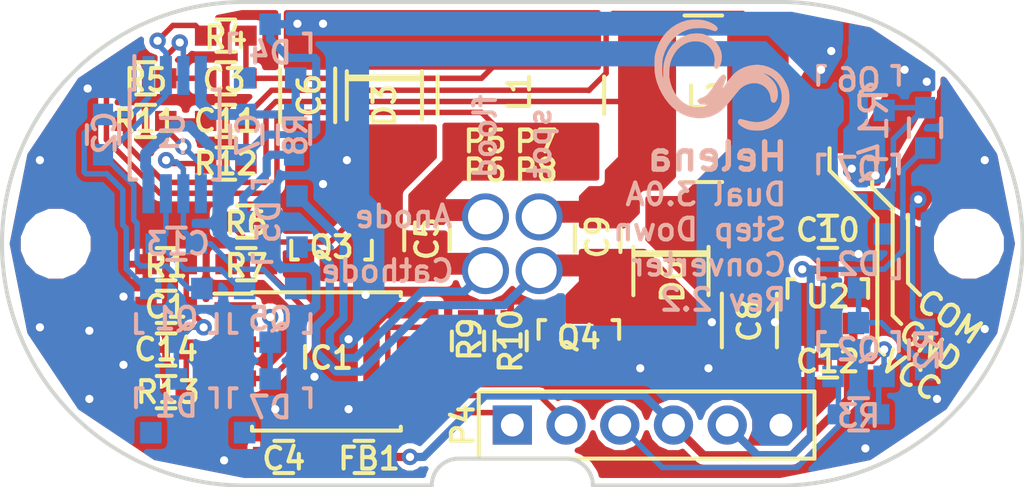
<source format=kicad_pcb>
(kicad_pcb (version 4) (host pcbnew 4.0.5)
  (title_block (title "Helena Dual 3.0A Step Down Converter") (date 2017-02-27) (rev 2.2))
  (layers (0 F.Cu signal) (31 B.Cu signal hide) (34 B.Paste user hide) (35 F.Paste user hide) (36 B.SilkS user) (37 F.SilkS user hide) (38 B.Mask user) (39 F.Mask user) (44 Edge.Cuts user))
  (net 0 "")
  (net 1 /SDL_CURR)
  (net 2 GND)
  (net 3 "Net-(C2-Pad1)")
  (net 4 "Net-(C2-Pad2)")
  (net 5 VPP)
  (net 6 "Net-(C3-Pad2)")
  (net 7 "Net-(C4-Pad1)")
  (net 8 "Net-(C5-Pad1)")
  (net 9 "Net-(C5-Pad2)")
  (net 10 /OPAMP-)
  (net 11 "Net-(C9-Pad1)")
  (net 12 "Net-(C9-Pad2)")
  (net 13 "Net-(C11-Pad2)")
  (net 14 +3V3)
  (net 15 "Net-(C13-Pad1)")
  (net 16 "Net-(C13-Pad2)")
  (net 17 /SDR_CURR)
  (net 18 "Net-(D2-Pad3)")
  (net 19 /SDA)
  (net 20 /SCL)
  (net 21 /SDR_SW)
  (net 22 /SDL_SW)
  (net 23 "Net-(P2-Pad1)")
  (net 24 /BDEP_RX)
  (net 25 "Net-(Q3-Pad1)")
  (net 26 "Net-(Q4-Pad1)")
  (net 27 "Net-(D5-Pad3)")
  (net 28 "Net-(P3-Pad1)")
  (net 29 "Net-(Q6-Pad1)")
  (module rt_pins:1,5x3mm_SMD (layer F.Cu) (at 65.748 146.444 330)
    (fp_text reference P2 hide)
    (fp_text value CONN_01X01 hide)
    (pad 1 smd rect (at 0 0 330) (size 1.5 3) (layers F.Cu F.Paste F.Mask) (net 23 "Net-(P2-Pad1)"))
  )
  (module rt_pins:1,5x3mm_SMD (layer F.Cu) (at 64.097 145.4915 330)
    (fp_text reference P3 hide)
    (fp_text value CONN_01X01 hide)
    (pad 1 smd rect (at 0 0 330) (size 1.5 3) (layers F.Cu F.Paste F.Mask) (net 28 "Net-(P3-Pad1)"))
  )
  (module rt_pins:1,5x3mm_SMD (layer F.Cu) (at 62.446 144.539 330)
    (fp_text reference P1 hide)
    (fp_text value CONN_01X01 hide)
    (pad 1 smd rect (at 0 0 330) (size 1.5 3) (layers F.Cu F.Paste F.Mask) (net 5 VPP))
  )
  (module Mounting_Holes:MountingHole_2.2mm_M2 (layer F.Cu) (at 67 150)
    (fp_text reference REF** hide)
    (fp_text value MountingHole_2.2mm_M2 hide)
    (pad "" np_thru_hole circle (at 0 0) (size 2.2 2.2) (drill 2.2) (layers *.Cu *.Mask))
  )
  (module Mounting_Holes:MountingHole_2.2mm_M2 (layer F.Cu) (at 33 150)
    (fp_text reference REF** hide)
    (fp_text value MountingHole_2.2mm_M2 hide)
    (pad "" np_thru_hole circle (at 0 0) (size 2.2 2.2) (drill 2.2) (layers *.Cu *.Mask))
  )
  (module rt_Pin_Header:Pin_Header_Straight_1x06_2.00_Pitch (layer F.Cu) (at 50 156.75 90)
    (fp_text reference P4 (at 0.019 -1.8415 90) (layer F.SilkS) (effects (font (size 0.8128 0.8128) (thickness 0.1524))))
    (fp_text value CONN_01X06)
    (pad 1 thru_hole rect (at 0 0 90) (size 1.4596 1.4596) (drill 0.85) (layers *.Cu *.Mask) (net 19 /SDA))
    (pad 2 thru_hole circle (at 0 2 90) (size 1.4596 1.4596) (drill 0.85) (layers *.Cu *.Mask) (net 20 /SCL))
    (pad 3 thru_hole circle (at 0 4 90) (size 1.4596 1.4596) (drill 0.85) (layers *.Cu *.Mask) (net 24 /BDEP_RX))
    (pad 4 thru_hole circle (at 0 6 90) (size 1.4596 1.4596) (drill 0.85) (layers *.Cu *.Mask) (net 14 +3V3))
    (pad 5 thru_hole circle (at 0 8 90) (size 1.4596 1.4596) (drill 0.85) (layers *.Cu *.Mask) (net 5 VPP))
    (pad 6 thru_hole circle (at 0 10 90) (size 1.4596 1.4596) (drill 0.85) (layers *.Cu *.Mask) (net 2 GND))
  )
  (module rt_device:C_0603_THERMaL_RELIEF (layer F.Cu) (at 37.1095 152.3495 180)
    (fp_text reference C1 (at 0 0 180) (layer F.SilkS) (effects (font (size 0.8128 0.8128) (thickness 0.1524))))
    (fp_text value 22n)
    (pad 1 smd rect (at -0.75 0 180) (size 0.8 0.75) (layers F.Cu F.Paste F.Mask) (net 1 /SDL_CURR) (thermal_gap 0.2032))
    (pad 2 smd rect (at 0.75 0 180) (size 0.8 0.75) (layers F.Cu F.Paste F.Mask) (net 2 GND) (thermal_gap 0.2032))
  )
  (module rt_device:C_0603_THERMaL_RELIEF (layer B.Cu) (at 34.76 145.936 90)
    (fp_text reference C2 (at 0.0635 0.0635 90) (layer B.SilkS) (effects (font (size 0.8128 0.8128) (thickness 0.1524)) (justify mirror)))
    (fp_text value 100n)
    (pad 1 smd rect (at -0.75 0 90) (size 0.8 0.75) (layers B.Cu B.Paste B.Mask) (net 3 "Net-(C2-Pad1)") (thermal_gap 0.2032))
    (pad 2 smd rect (at 0.75 0 90) (size 0.8 0.75) (layers B.Cu B.Paste B.Mask) (net 4 "Net-(C2-Pad2)") (thermal_gap 0.2032))
  )
  (module rt_device:C_0603_THERMaL_RELIEF (layer F.Cu) (at 39.332 143.8405 180)
    (fp_text reference C3 (at 0.0635 -0.0635 180) (layer F.SilkS) (effects (font (size 0.8128 0.8128) (thickness 0.1524))))
    (fp_text value 100n)
    (pad 1 smd rect (at -0.75 0 180) (size 0.8 0.75) (layers F.Cu F.Paste F.Mask) (net 5 VPP) (thermal_gap 0.2032))
    (pad 2 smd rect (at 0.75 0 180) (size 0.8 0.75) (layers F.Cu F.Paste F.Mask) (net 6 "Net-(C3-Pad2)") (thermal_gap 0.2032))
  )
  (module rt_device:C_0603_THERMaL_RELIEF (layer F.Cu) (at 41.491 157.9375 180)
    (fp_text reference C4 (at 0 -0.0635 180) (layer F.SilkS) (effects (font (size 0.8128 0.8128) (thickness 0.1524))))
    (fp_text value 100n)
    (pad 1 smd rect (at -0.75 0 180) (size 0.8 0.75) (layers F.Cu F.Paste F.Mask) (net 7 "Net-(C4-Pad1)") (thermal_gap 0.2032))
    (pad 2 smd rect (at 0.75 0 180) (size 0.8 0.75) (layers F.Cu F.Paste F.Mask) (net 2 GND) (thermal_gap 0.2032))
  )
  (module Capacitors_SMD:C_0805 (layer F.Cu) (at 46.825 149.746 270)
    (fp_text reference C5 (at 0.0635 0 270) (layer F.SilkS) (effects (font (size 0.8128 0.8128) (thickness 0.1524))))
    (fp_text value 10u/16)
    (pad 1 smd rect (at -1 0 270) (size 1 1.25) (layers F.Cu F.Paste F.Mask) (net 8 "Net-(C5-Pad1)"))
    (pad 2 smd rect (at 1 0 270) (size 1 1.25) (layers F.Cu F.Paste F.Mask) (net 9 "Net-(C5-Pad2)"))
  )
  (module Capacitors_SMD:C_1206 (layer F.Cu) (at 42.38 144.4755 270)
    (fp_text reference C6 (at 0 -0.0635 270) (layer F.SilkS) (effects (font (size 0.8128 0.8128) (thickness 0.1524))))
    (fp_text value 10u/16)
    (pad 1 smd rect (at -1.5 0 270) (size 1 1.6) (layers F.Cu F.Paste F.Mask) (net 5 VPP))
    (pad 2 smd rect (at 1.5 0 270) (size 1 1.6) (layers F.Cu F.Paste F.Mask) (net 2 GND))
  )
  (module rt_device:C_0603_THERMaL_RELIEF (layer B.Cu) (at 40.094 145.936 90)
    (fp_text reference C7 (at 0 0.0635 90) (layer B.SilkS) (effects (font (size 0.8128 0.8128) (thickness 0.1524)) (justify mirror)))
    (fp_text value 100n)
    (pad 1 smd rect (at -0.75 0 90) (size 0.8 0.75) (layers B.Cu B.Paste B.Mask) (net 5 VPP) (thermal_gap 0.2032))
    (pad 2 smd rect (at 0.75 0 90) (size 0.8 0.75) (layers B.Cu B.Paste B.Mask) (net 10 /OPAMP-) (thermal_gap 0.2032))
  )
  (module Capacitors_SMD:C_1206 (layer F.Cu) (at 58.8265 152.8575 270)
    (fp_text reference C8 (at 0 0 270) (layer F.SilkS) (effects (font (size 0.8128 0.8128) (thickness 0.1524))))
    (fp_text value 10u/16)
    (pad 1 smd rect (at -1.5 0 270) (size 1 1.6) (layers F.Cu F.Paste F.Mask) (net 5 VPP))
    (pad 2 smd rect (at 1.5 0 270) (size 1 1.6) (layers F.Cu F.Paste F.Mask) (net 2 GND))
  )
  (module Capacitors_SMD:C_0805 (layer F.Cu) (at 53.175 149.8095 270)
    (fp_text reference C9 (at -0.0635 0 270) (layer F.SilkS) (effects (font (size 0.8128 0.8128) (thickness 0.1524))))
    (fp_text value 10u/16)
    (pad 1 smd rect (at -1 0 270) (size 1 1.25) (layers F.Cu F.Paste F.Mask) (net 11 "Net-(C9-Pad1)"))
    (pad 2 smd rect (at 1 0 270) (size 1 1.25) (layers F.Cu F.Paste F.Mask) (net 12 "Net-(C9-Pad2)"))
  )
  (module rt_device:C_0603_THERMaL_RELIEF (layer F.Cu) (at 61.7475 149.5555)
    (fp_text reference C10 (at 0 -0.0635) (layer F.SilkS) (effects (font (size 0.8128 0.8128) (thickness 0.1524))))
    (fp_text value 2u2/16)
    (pad 1 smd rect (at -0.75 0) (size 0.8 0.75) (layers F.Cu F.Paste F.Mask) (net 5 VPP) (thermal_gap 0.2032))
    (pad 2 smd rect (at 0.75 0) (size 0.8 0.75) (layers F.Cu F.Paste F.Mask) (net 2 GND) (thermal_gap 0.2032))
  )
  (module rt_device:C_0603_THERMaL_RELIEF (layer F.Cu) (at 39.332 145.428 180)
    (fp_text reference C11 (at 0 0 180) (layer F.SilkS) (effects (font (size 0.8128 0.8128) (thickness 0.1524))))
    (fp_text value 100n)
    (pad 1 smd rect (at -0.75 0 180) (size 0.8 0.75) (layers F.Cu F.Paste F.Mask) (net 5 VPP) (thermal_gap 0.2032))
    (pad 2 smd rect (at 0.75 0 180) (size 0.8 0.75) (layers F.Cu F.Paste F.Mask) (net 13 "Net-(C11-Pad2)") (thermal_gap 0.2032))
  )
  (module rt_device:C_0603_THERMaL_RELIEF (layer F.Cu) (at 61.7475 154.3815 180)
    (fp_text reference C12 (at 0 0 180) (layer F.SilkS) (effects (font (size 0.8128 0.8128) (thickness 0.1524))))
    (fp_text value 2u2/16)
    (pad 1 smd rect (at -0.75 0 180) (size 0.8 0.75) (layers F.Cu F.Paste F.Mask) (net 14 +3V3) (thermal_gap 0.2032))
    (pad 2 smd rect (at 0.75 0 180) (size 0.8 0.75) (layers F.Cu F.Paste F.Mask) (net 2 GND) (thermal_gap 0.2032))
  )
  (module rt_device:C_0603_THERMaL_RELIEF (layer B.Cu) (at 37.4905 150 180)
    (fp_text reference C13 (at -0.0635 0 180) (layer B.SilkS) (effects (font (size 0.8128 0.8128) (thickness 0.1524)) (justify mirror)))
    (fp_text value 100n)
    (pad 1 smd rect (at -0.75 0 180) (size 0.8 0.75) (layers B.Cu B.Paste B.Mask) (net 15 "Net-(C13-Pad1)") (thermal_gap 0.2032))
    (pad 2 smd rect (at 0.75 0 180) (size 0.8 0.75) (layers B.Cu B.Paste B.Mask) (net 16 "Net-(C13-Pad2)") (thermal_gap 0.2032))
  )
  (module rt_device:C_0603_THERMaL_RELIEF (layer F.Cu) (at 37.1095 153.937 180)
    (fp_text reference C14 (at 0 0 180) (layer F.SilkS) (effects (font (size 0.8128 0.8128) (thickness 0.1524))))
    (fp_text value 22n)
    (pad 1 smd rect (at -0.75 0 180) (size 0.8 0.75) (layers F.Cu F.Paste F.Mask) (net 17 /SDR_CURR) (thermal_gap 0.2032))
    (pad 2 smd rect (at 0.75 0 180) (size 0.8 0.75) (layers F.Cu F.Paste F.Mask) (net 2 GND) (thermal_gap 0.2032))
  )
  (module TO_SOT_Packages_SMD:SOT-23 (layer B.Cu) (at 37.4905 156.0325 180)
    (fp_text reference D1 (at 0 0 180) (layer B.SilkS) (effects (font (size 0.8128 0.8128) (thickness 0.1524)) (justify mirror)))
    (fp_text value 3V3)
    (pad 1 smd rect (at -0.95 -1.00076 180) (size 0.8001 0.8001) (layers B.Cu B.Paste B.Mask) (net 2 GND))
    (pad 2 smd rect (at 0.95 -1.00076 180) (size 0.8001 0.8001) (layers B.Cu B.Paste B.Mask))
    (pad 3 smd rect (at 0 0.99822 180) (size 0.8001 0.8001) (layers B.Cu B.Paste B.Mask) (net 1 /SDL_CURR))
  )
  (module TO_SOT_Packages_SMD:SOT-23 (layer B.Cu) (at 62.8905 150.635)
    (fp_text reference D2 (at 0 0.127) (layer B.SilkS) (effects (font (size 0.8128 0.8128) (thickness 0.1524)) (justify mirror)))
    (fp_text value 18V)
    (pad 1 smd rect (at -0.95 -1.00076) (size 0.8001 0.8001) (layers B.Cu B.Paste B.Mask) (net 2 GND))
    (pad 2 smd rect (at 0.95 -1.00076) (size 0.8001 0.8001) (layers B.Cu B.Paste B.Mask))
    (pad 3 smd rect (at 0 0.99822) (size 0.8001 0.8001) (layers B.Cu B.Paste B.Mask) (net 18 "Net-(D2-Pad3)"))
  )
  (module TO_SOT_Packages_SMD:SOT-23 (layer B.Cu) (at 40.983 142.8245 180)
    (fp_text reference D4 (at 0 -0.0635 180) (layer B.SilkS) (effects (font (size 0.8128 0.8128) (thickness 0.1524)) (justify mirror)))
    (fp_text value 3V3)
    (pad 1 smd rect (at -0.95 -1.00076 180) (size 0.8001 0.8001) (layers B.Cu B.Paste B.Mask) (net 10 /OPAMP-))
    (pad 2 smd rect (at 0.95 -1.00076 180) (size 0.8001 0.8001) (layers B.Cu B.Paste B.Mask))
    (pad 3 smd rect (at 0 0.99822 180) (size 0.8001 0.8001) (layers B.Cu B.Paste B.Mask) (net 5 VPP))
  )
  (module TO_SOT_Packages_SMD:SOT-23 (layer B.Cu) (at 40.983 149.1745 270)
    (fp_text reference D5 (at 0 0.0635 270) (layer B.SilkS) (effects (font (size 0.8128 0.8128) (thickness 0.1524)) (justify mirror)))
    (fp_text value BAT54A)
    (pad 1 smd rect (at -0.95 -1.00076 270) (size 0.8001 0.8001) (layers B.Cu B.Paste B.Mask) (net 9 "Net-(C5-Pad2)"))
    (pad 2 smd rect (at 0.95 -1.00076 270) (size 0.8001 0.8001) (layers B.Cu B.Paste B.Mask) (net 12 "Net-(C9-Pad2)"))
    (pad 3 smd rect (at 0 0.99822 270) (size 0.8001 0.8001) (layers B.Cu B.Paste B.Mask) (net 27 "Net-(D5-Pad3)"))
  )
  (module TO_SOT_Packages_SMD:SOT-23 (layer B.Cu) (at 40.983 156.0325 180)
    (fp_text reference D7 (at 0 -0.0635 180) (layer B.SilkS) (effects (font (size 0.8128 0.8128) (thickness 0.1524)) (justify mirror)))
    (fp_text value 3V3)
    (pad 1 smd rect (at -0.95 -1.00076 180) (size 0.8001 0.8001) (layers B.Cu B.Paste B.Mask) (net 2 GND))
    (pad 2 smd rect (at 0.95 -1.00076 180) (size 0.8001 0.8001) (layers B.Cu B.Paste B.Mask))
    (pad 3 smd rect (at 0 0.99822 180) (size 0.8001 0.8001) (layers B.Cu B.Paste B.Mask) (net 17 /SDR_CURR))
  )
  (module rt_device:C_0603_THERMaL_RELIEF (layer F.Cu) (at 44.4755 157.9375 180)
    (fp_text reference FB1 (at -0.1905 -0.0635 180) (layer F.SilkS) (effects (font (size 0.8128 0.8128) (thickness 0.1524))))
    (fp_text value FB)
    (pad 1 smd rect (at -0.75 0 180) (size 0.8 0.75) (layers F.Cu F.Paste F.Mask) (net 14 +3V3) (thermal_gap 0.2032))
    (pad 2 smd rect (at 0.75 0 180) (size 0.8 0.75) (layers F.Cu F.Paste F.Mask) (net 7 "Net-(C4-Pad1)") (thermal_gap 0.2032))
  )
  (module TO_SOT_Packages_SMD:SOT-23 (layer B.Cu) (at 62.8905 153.937 180)
    (fp_text reference Q2 (at 0 0 180) (layer B.SilkS) (effects (font (size 0.8128 0.8128) (thickness 0.1524)) (justify mirror)))
    (fp_text value BSS138)
    (pad 1 smd rect (at -0.95 -1.00076 180) (size 0.8001 0.8001) (layers B.Cu B.Paste B.Mask) (net 14 +3V3))
    (pad 2 smd rect (at 0.95 -1.00076 180) (size 0.8001 0.8001) (layers B.Cu B.Paste B.Mask) (net 24 /BDEP_RX))
    (pad 3 smd rect (at 0 0.99822 180) (size 0.8001 0.8001) (layers B.Cu B.Paste B.Mask) (net 18 "Net-(D2-Pad3)"))
  )
  (module TO_SOT_Packages_SMD:SOT-23 (layer F.Cu) (at 43.269 149.9365 180)
    (fp_text reference Q3 (at 0 -0.1905 180) (layer F.SilkS) (effects (font (size 0.8128 0.8128) (thickness 0.1524))))
    (fp_text value IRLML0030)
    (pad 1 smd rect (at -0.95 1.00076 180) (size 0.8001 0.8001) (layers F.Cu F.Paste F.Mask) (net 25 "Net-(Q3-Pad1)"))
    (pad 2 smd rect (at 0.95 1.00076 180) (size 0.8001 0.8001) (layers F.Cu F.Paste F.Mask) (net 2 GND))
    (pad 3 smd rect (at 0 -0.99822 180) (size 0.8001 0.8001) (layers F.Cu F.Paste F.Mask) (net 9 "Net-(C5-Pad2)"))
  )
  (module TO_SOT_Packages_SMD:SOT-23 (layer F.Cu) (at 52.4765 153.4925)
    (fp_text reference Q4 (at 0 0) (layer F.SilkS) (effects (font (size 0.8128 0.8128) (thickness 0.1524))))
    (fp_text value IRLML0030)
    (pad 1 smd rect (at -0.95 1.00076) (size 0.8001 0.8001) (layers F.Cu F.Paste F.Mask) (net 26 "Net-(Q4-Pad1)"))
    (pad 2 smd rect (at 0.95 1.00076) (size 0.8001 0.8001) (layers F.Cu F.Paste F.Mask) (net 2 GND))
    (pad 3 smd rect (at 0 -0.99822) (size 0.8001 0.8001) (layers F.Cu F.Paste F.Mask) (net 12 "Net-(C9-Pad2)"))
  )
  (module rt_device:C_0603_THERMaL_RELIEF (layer F.Cu) (at 37.1095 150.762)
    (fp_text reference R1 (at 0 0.0635) (layer F.SilkS) (effects (font (size 0.8128 0.8128) (thickness 0.1524))))
    (fp_text value 10k)
    (pad 1 smd rect (at -0.75 0) (size 0.8 0.75) (layers F.Cu F.Paste F.Mask) (net 2 GND) (thermal_gap 0.2032))
    (pad 2 smd rect (at 0.75 0) (size 0.8 0.75) (layers F.Cu F.Paste F.Mask) (net 1 /SDL_CURR) (thermal_gap 0.2032))
  )
  (module rt_device:C_0603_THERMaL_RELIEF (layer B.Cu) (at 65.367 153.937 90)
    (fp_text reference R2 (at 0 0.0635 90) (layer B.SilkS) (effects (font (size 0.8128 0.8128) (thickness 0.1524)) (justify mirror)))
    (fp_text value 10)
    (pad 1 smd rect (at -0.75 0 90) (size 0.8 0.75) (layers B.Cu B.Paste B.Mask) (net 18 "Net-(D2-Pad3)") (thermal_gap 0.2032))
    (pad 2 smd rect (at 0.75 0 90) (size 0.8 0.75) (layers B.Cu B.Paste B.Mask) (net 23 "Net-(P2-Pad1)") (thermal_gap 0.2032))
  )
  (module rt_device:C_0603_THERMaL_RELIEF (layer B.Cu) (at 62.8905 156.35)
    (fp_text reference R3 (at 0 0.0635) (layer B.SilkS) (effects (font (size 0.8128 0.8128) (thickness 0.1524)) (justify mirror)))
    (fp_text value 4k7)
    (pad 1 smd rect (at -0.75 0) (size 0.8 0.75) (layers B.Cu B.Paste B.Mask) (net 24 /BDEP_RX) (thermal_gap 0.2032))
    (pad 2 smd rect (at 0.75 0) (size 0.8 0.75) (layers B.Cu B.Paste B.Mask) (net 14 +3V3) (thermal_gap 0.2032))
  )
  (module rt_device:C_0603_THERMaL_RELIEF (layer F.Cu) (at 39.332 142.253 180)
    (fp_text reference R4 (at 0 -0.0635 180) (layer F.SilkS) (effects (font (size 0.8128 0.8128) (thickness 0.1524))))
    (fp_text value 680)
    (pad 1 smd rect (at -0.75 0 180) (size 0.8 0.75) (layers F.Cu F.Paste F.Mask) (net 5 VPP) (thermal_gap 0.2032))
    (pad 2 smd rect (at 0.75 0 180) (size 0.8 0.75) (layers F.Cu F.Paste F.Mask) (net 3 "Net-(C2-Pad1)") (thermal_gap 0.2032))
  )
  (module rt_device:C_0603_THERMaL_RELIEF (layer F.Cu) (at 36.3475 143.8405)
    (fp_text reference R5 (at 0 0.0635) (layer F.SilkS) (effects (font (size 0.8128 0.8128) (thickness 0.1524))))
    (fp_text value 1k5)
    (pad 1 smd rect (at -0.75 0) (size 0.8 0.75) (layers F.Cu F.Paste F.Mask) (net 8 "Net-(C5-Pad1)") (thermal_gap 0.2032))
    (pad 2 smd rect (at 0.75 0) (size 0.8 0.75) (layers F.Cu F.Paste F.Mask) (net 6 "Net-(C3-Pad2)") (thermal_gap 0.2032))
  )
  (module rt_device:C_0603_THERMaL_RELIEF (layer F.Cu) (at 40.094 149.1745 180)
    (fp_text reference R6 (at 0 -0.0635 180) (layer F.SilkS) (effects (font (size 0.8128 0.8128) (thickness 0.1524))))
    (fp_text value 10k)
    (pad 1 smd rect (at -0.75 0 180) (size 0.8 0.75) (layers F.Cu F.Paste F.Mask) (net 2 GND) (thermal_gap 0.2032))
    (pad 2 smd rect (at 0.75 0 180) (size 0.8 0.75) (layers F.Cu F.Paste F.Mask) (net 25 "Net-(Q3-Pad1)") (thermal_gap 0.2032))
  )
  (module rt_device:C_0603_THERMaL_RELIEF (layer F.Cu) (at 40.094 150.762)
    (fp_text reference R7 (at 0 0.0635) (layer F.SilkS) (effects (font (size 0.8128 0.8128) (thickness 0.1524))))
    (fp_text value 10)
    (pad 1 smd rect (at -0.75 0) (size 0.8 0.75) (layers F.Cu F.Paste F.Mask) (net 25 "Net-(Q3-Pad1)") (thermal_gap 0.2032))
    (pad 2 smd rect (at 0.75 0) (size 0.8 0.75) (layers F.Cu F.Paste F.Mask) (net 22 /SDL_SW) (thermal_gap 0.2032))
  )
  (module rt_device:C_0603_THERMaL_RELIEF (layer B.Cu) (at 41.872 145.936 90)
    (fp_text reference R8 (at 0 0.0635 90) (layer B.SilkS) (effects (font (size 0.8128 0.8128) (thickness 0.1524)) (justify mirror)))
    (fp_text value 330)
    (pad 1 smd rect (at -0.75 0 90) (size 0.8 0.75) (layers B.Cu B.Paste B.Mask) (net 27 "Net-(D5-Pad3)") (thermal_gap 0.2032))
    (pad 2 smd rect (at 0.75 0 90) (size 0.8 0.75) (layers B.Cu B.Paste B.Mask) (net 10 /OPAMP-) (thermal_gap 0.2032))
  )
  (module rt_device:C_0603_THERMaL_RELIEF (layer F.Cu) (at 48.349 153.6195 90)
    (fp_text reference R9 (at 0.0635 0.0635 90) (layer F.SilkS) (effects (font (size 0.8128 0.8128) (thickness 0.1524))))
    (fp_text value 10)
    (pad 1 smd rect (at -0.75 0 90) (size 0.8 0.75) (layers F.Cu F.Paste F.Mask) (net 26 "Net-(Q4-Pad1)") (thermal_gap 0.2032))
    (pad 2 smd rect (at 0.75 0 90) (size 0.8 0.75) (layers F.Cu F.Paste F.Mask) (net 21 /SDR_SW) (thermal_gap 0.2032))
  )
  (module rt_device:C_0603_THERMaL_RELIEF (layer F.Cu) (at 49.9365 153.6195 270)
    (fp_text reference R10 (at 0 0 270) (layer F.SilkS) (effects (font (size 0.8128 0.8128) (thickness 0.1524))))
    (fp_text value 10k)
    (pad 1 smd rect (at -0.75 0 270) (size 0.8 0.75) (layers F.Cu F.Paste F.Mask) (net 2 GND) (thermal_gap 0.2032))
    (pad 2 smd rect (at 0.75 0 270) (size 0.8 0.75) (layers F.Cu F.Paste F.Mask) (net 26 "Net-(Q4-Pad1)") (thermal_gap 0.2032))
  )
  (module rt_device:C_0603_THERMaL_RELIEF (layer F.Cu) (at 36.3475 145.428)
    (fp_text reference R11 (at 0 0) (layer F.SilkS) (effects (font (size 0.8128 0.8128) (thickness 0.1524))))
    (fp_text value 1k5)
    (pad 1 smd rect (at -0.75 0) (size 0.8 0.75) (layers F.Cu F.Paste F.Mask) (net 11 "Net-(C9-Pad1)") (thermal_gap 0.2032))
    (pad 2 smd rect (at 0.75 0) (size 0.8 0.75) (layers F.Cu F.Paste F.Mask) (net 13 "Net-(C11-Pad2)") (thermal_gap 0.2032))
  )
  (module rt_device:C_0603_THERMaL_RELIEF (layer F.Cu) (at 39.332 147.0155 180)
    (fp_text reference R12 (at 0 0 180) (layer F.SilkS) (effects (font (size 0.8128 0.8128) (thickness 0.1524))))
    (fp_text value 680)
    (pad 1 smd rect (at -0.75 0 180) (size 0.8 0.75) (layers F.Cu F.Paste F.Mask) (net 5 VPP) (thermal_gap 0.2032))
    (pad 2 smd rect (at 0.75 0 180) (size 0.8 0.75) (layers F.Cu F.Paste F.Mask) (net 15 "Net-(C13-Pad1)") (thermal_gap 0.2032))
  )
  (module rt_device:C_0603_THERMaL_RELIEF (layer F.Cu) (at 37.1095 155.5245)
    (fp_text reference R13 (at 0.0635 0) (layer F.SilkS) (effects (font (size 0.8128 0.8128) (thickness 0.1524))))
    (fp_text value 10k)
    (pad 1 smd rect (at -0.75 0) (size 0.8 0.75) (layers F.Cu F.Paste F.Mask) (net 2 GND) (thermal_gap 0.2032))
    (pad 2 smd rect (at 0.75 0) (size 0.8 0.75) (layers F.Cu F.Paste F.Mask) (net 17 /SDR_CURR) (thermal_gap 0.2032))
  )
  (module Housings_SSOP:MSOP-8_3x3mm_Pitch0.65mm (layer B.Cu) (at 37.427 145.936 270)
    (fp_text reference U1 (at 0 0.0635 270) (layer B.SilkS) (effects (font (size 0.8128 0.8128) (thickness 0.1524)) (justify mirror)))
    (fp_text value MCP6482)
    (pad 1 smd rect (at -2.2 0.975 270) (size 1.45 0.45) (layers B.Cu B.Paste B.Mask) (net 4 "Net-(C2-Pad2)"))
    (pad 2 smd rect (at -2.2 0.325 270) (size 1.45 0.45) (layers B.Cu B.Paste B.Mask) (net 3 "Net-(C2-Pad1)"))
    (pad 3 smd rect (at -2.2 -0.325 270) (size 1.45 0.45) (layers B.Cu B.Paste B.Mask) (net 6 "Net-(C3-Pad2)"))
    (pad 4 smd rect (at -2.2 -0.975 270) (size 1.45 0.45) (layers B.Cu B.Paste B.Mask) (net 10 /OPAMP-))
    (pad 5 smd rect (at 2.2 -0.975 270) (size 1.45 0.45) (layers B.Cu B.Paste B.Mask) (net 13 "Net-(C11-Pad2)"))
    (pad 6 smd rect (at 2.2 -0.325 270) (size 1.45 0.45) (layers B.Cu B.Paste B.Mask) (net 15 "Net-(C13-Pad1)"))
    (pad 7 smd rect (at 2.2 0.325 270) (size 1.45 0.45) (layers B.Cu B.Paste B.Mask) (net 16 "Net-(C13-Pad2)"))
    (pad 8 smd rect (at 2.2 0.975 270) (size 1.45 0.45) (layers B.Cu B.Paste B.Mask) (net 5 VPP))
  )
  (module TO_SOT_Packages_SMD:SOT-23 (layer F.Cu) (at 61.7475 151.9685)
    (fp_text reference U2 (at 0 0) (layer F.SilkS) (effects (font (size 0.8128 0.8128) (thickness 0.1524))))
    (fp_text value MCP1703CB)
    (pad 1 smd rect (at -0.95 1.00076) (size 0.8001 0.8001) (layers F.Cu F.Paste F.Mask) (net 2 GND))
    (pad 2 smd rect (at 0.95 1.00076) (size 0.8001 0.8001) (layers F.Cu F.Paste F.Mask) (net 14 +3V3))
    (pad 3 smd rect (at 0 -0.99822) (size 0.8001 0.8001) (layers F.Cu F.Paste F.Mask) (net 5 VPP))
  )
  (module rt_chokes:Choke_SMD_Fastron_242418_FPS (layer F.Cu) (at 57.112 144.6025 180)
    (fp_text reference L2 (at -0.0635 0.0635 180) (layer F.SilkS) (effects (font (size 0.8128 0.8128) (thickness 0.1524))))
    (fp_text value 3u-18)
    (pad 1 smd rect (at -2.1 0 180) (size 2 5.7) (layers F.Cu F.Paste F.Mask) (net 5 VPP))
    (pad 2 smd rect (at 2.1 0 180) (size 2 5.7) (layers F.Cu F.Paste F.Mask) (net 11 "Net-(C9-Pad1)"))
  )
  (module rt_chokes:Choke_SMD_Fastron_242418_FPS (layer F.Cu) (at 50.3175 144.4755 270)
    (fp_text reference L1 (at -0.127 0.0635 270) (layer F.SilkS) (effects (font (size 0.8128 0.8128) (thickness 0.1524))))
    (fp_text value 3u-18)
    (pad 1 smd rect (at -2.1 0 270) (size 2 5.7) (layers F.Cu F.Paste F.Mask) (net 5 VPP))
    (pad 2 smd rect (at 2.1 0 270) (size 2 5.7) (layers F.Cu F.Paste F.Mask) (net 8 "Net-(C5-Pad1)"))
  )
  (module rt_Housings_SOIC:SOIC-8_5.29x4.9mm_Pitch1.27mm (layer F.Cu) (at 43.0785 154.3815)
    (fp_text reference IC1 (at 0 -0.127) (layer F.SilkS) (effects (font (size 0.8128 0.8128) (thickness 0.1524))))
    (fp_text value ATTINY85-S)
    (pad 1 smd rect (at -3.395 -1.905) (size 1.55 0.6) (layers F.Cu F.Paste F.Mask) (net 1 /SDL_CURR))
    (pad 2 smd rect (at -3.395 -0.635) (size 1.55 0.6) (layers F.Cu F.Paste F.Mask) (net 17 /SDR_CURR))
    (pad 3 smd rect (at -3.395 0.635) (size 1.55 0.6) (layers F.Cu F.Paste F.Mask) (net 22 /SDL_SW))
    (pad 4 smd rect (at -3.395 1.905) (size 1.55 0.6) (layers F.Cu F.Paste F.Mask) (net 2 GND))
    (pad 5 smd rect (at 3.395 1.905) (size 1.55 0.6) (layers F.Cu F.Paste F.Mask) (net 19 /SDA))
    (pad 6 smd rect (at 3.395 0.635) (size 1.55 0.6) (layers F.Cu F.Paste F.Mask) (net 21 /SDR_SW))
    (pad 7 smd rect (at 3.395 -0.635) (size 1.55 0.6) (layers F.Cu F.Paste F.Mask) (net 20 /SCL))
    (pad 8 smd rect (at 3.395 -1.905) (size 1.55 0.6) (layers F.Cu F.Paste F.Mask) (net 7 "Net-(C4-Pad1)"))
  )
  (module rt_pins:MILLMAX_5660 (layer F.Cu) (at 49 149)
    (fp_text reference P5 (at -0.016 -2.81) (layer F.SilkS) (effects (font (size 0.8128 0.8128) (thickness 0.1524))))
    (fp_text value CONN_01X01)
    (pad 1 thru_hole circle (at 0 0) (size 1.75 1.75) (drill 1.3) (layers *.Cu *.Mask) (net 8 "Net-(C5-Pad1)"))
  )
  (module rt_pins:MILLMAX_5660 (layer F.Cu) (at 49 151)
    (fp_text reference P6 (at -0.016 -3.7305) (layer F.SilkS) (effects (font (size 0.8128 0.8128) (thickness 0.1524))))
    (fp_text value CONN_01X01)
    (pad 1 thru_hole circle (at 0 0) (size 1.75 1.75) (drill 1.3) (layers *.Cu *.Mask) (net 9 "Net-(C5-Pad2)"))
  )
  (module rt_pins:MILLMAX_5660 (layer F.Cu) (at 51 149)
    (fp_text reference P7 (at -0.111 -2.81) (layer F.SilkS) (effects (font (size 0.8128 0.8128) (thickness 0.1524))))
    (fp_text value CONN_01X01)
    (pad 1 thru_hole circle (at 0 0) (size 1.75 1.75) (drill 1.3) (layers *.Cu *.Mask) (net 11 "Net-(C9-Pad1)"))
  )
  (module rt_pins:MILLMAX_5660 (layer F.Cu) (at 51 151)
    (fp_text reference P8 (at -0.111 -3.7305) (layer F.SilkS) (effects (font (size 0.8128 0.8128) (thickness 0.1524))))
    (fp_text value CONN_01X01)
    (pad 1 thru_hole circle (at 0 0) (size 1.75 1.75) (drill 1.3) (layers *.Cu *.Mask) (net 12 "Net-(C9-Pad2)"))
  )
  (module rt_diodes:SMA (layer F.Cu) (at 45.2375 144.4755 270)
    (fp_text reference D3 (at 0.381 0 270) (layer F.SilkS) (effects (font (size 0.8128 0.8128) (thickness 0.1524))))
    (fp_text value SK24A)
    (pad 1 smd rect (at -1.965 0 270) (size 1.52 1.68) (layers F.Cu F.Paste F.Mask) (net 5 VPP))
    (pad 2 smd rect (at 1.965 0 270) (size 1.52 1.68) (layers F.Cu F.Paste F.Mask) (net 9 "Net-(C5-Pad2)"))
  )
  (module rt_diodes:SMA (layer F.Cu) (at 55.9055 151.016 270)
    (fp_text reference D6 (at 0.381 -0.0635 270) (layer F.SilkS) (effects (font (size 0.8128 0.8128) (thickness 0.1524))))
    (fp_text value SK24A)
    (pad 1 smd rect (at -1.965 0 270) (size 1.52 1.68) (layers F.Cu F.Paste F.Mask) (net 5 VPP))
    (pad 2 smd rect (at 1.965 0 270) (size 1.52 1.68) (layers F.Cu F.Paste F.Mask) (net 12 "Net-(C9-Pad2)"))
  )
  (module TO_SOT_Packages_SMD:SOT-23 (layer B.Cu) (at 37.4905 152.667)
    (fp_text reference Q1 (at 0 0.127) (layer B.SilkS) (effects (font (size 0.8128 0.8128) (thickness 0.1524)) (justify mirror)))
    (fp_text value BC857C)
    (pad 1 smd rect (at -0.95 -1.00076) (size 0.8001 0.8001) (layers B.Cu B.Paste B.Mask) (net 4 "Net-(C2-Pad2)"))
    (pad 2 smd rect (at 0.95 -1.00076) (size 0.8001 0.8001) (layers B.Cu B.Paste B.Mask) (net 3 "Net-(C2-Pad1)"))
    (pad 3 smd rect (at 0 0.99822) (size 0.8001 0.8001) (layers B.Cu B.Paste B.Mask) (net 1 /SDL_CURR))
  )
  (module TO_SOT_Packages_SMD:SOT-23 (layer B.Cu) (at 40.983 152.667)
    (fp_text reference Q5 (at 0 0.127) (layer B.SilkS) (effects (font (size 0.8128 0.8128) (thickness 0.1524)) (justify mirror)))
    (fp_text value BC857C)
    (pad 1 smd rect (at -0.95 -1.00076) (size 0.8001 0.8001) (layers B.Cu B.Paste B.Mask) (net 16 "Net-(C13-Pad2)"))
    (pad 2 smd rect (at 0.95 -1.00076) (size 0.8001 0.8001) (layers B.Cu B.Paste B.Mask) (net 15 "Net-(C13-Pad1)"))
    (pad 3 smd rect (at 0 0.99822) (size 0.8001 0.8001) (layers B.Cu B.Paste B.Mask) (net 17 /SDR_CURR))
  )
  (module rt_Logos:Helena_5,0x4,1mm (layer B.Cu) (at 57.8105 143.7135 180)
    (fp_text reference G*** hide)
    (fp_text value LOGO hide)
  )
  (module footprints:SOT-23 (layer B.Cu) (at 62.8905 144.031 180)
    (fp_text reference Q6 (at 0 0.127 180) (layer B.SilkS) (effects (font (size 0.8128 0.8128) (thickness 0.1524)) (justify mirror)))
    (fp_text value IRLML0030)
    (pad 1 smd rect (at -0.95 -1.00076 180) (size 0.8001 0.8001) (layers B.Cu B.Paste B.Mask) (net 29 "Net-(Q6-Pad1)"))
    (pad 2 smd rect (at 0.95 -1.00076 180) (size 0.8001 0.8001) (layers B.Cu B.Paste B.Mask) (net 2 GND))
    (pad 3 smd rect (at 0 0.99822 180) (size 0.8001 0.8001) (layers B.Cu B.Paste B.Mask) (net 28 "Net-(P3-Pad1)"))
  )
  (module footprints:SOT-23 (layer B.Cu) (at 62.8905 147.333 180)
    (fp_text reference Q7 (at 0 0.127 180) (layer B.SilkS) (effects (font (size 0.8128 0.8128) (thickness 0.1524)) (justify mirror)))
    (fp_text value IRLML0030)
    (pad 1 smd rect (at -0.95 -1.00076 180) (size 0.8001 0.8001) (layers B.Cu B.Paste B.Mask) (net 29 "Net-(Q6-Pad1)"))
    (pad 2 smd rect (at 0.95 -1.00076 180) (size 0.8001 0.8001) (layers B.Cu B.Paste B.Mask) (net 2 GND))
    (pad 3 smd rect (at 0 0.99822 180) (size 0.8001 0.8001) (layers B.Cu B.Paste B.Mask) (net 28 "Net-(P3-Pad1)"))
  )
  (module rt_device:C_0603_THERMaL_RELIEF (layer B.Cu) (at 65.367 145.682 270)
    (fp_text reference R14 (at 0 1.9 270) (layer B.SilkS) (effects (justify mirror)))
    (fp_text value 10k)
    (pad 1 smd rect (at -0.75 0 270) (size 0.8 0.75) (layers B.Cu B.Paste B.Mask) (net 29 "Net-(Q6-Pad1)") (thermal_gap 0.2032))
    (pad 2 smd rect (at 0.75 0 270) (size 0.8 0.75) (layers B.Cu B.Paste B.Mask) (net 5 VPP) (thermal_gap 0.2032))
  )
  (gr_text spot (at 51.016 147.6505 90) (layer B.SilkS) (effects (font (size 0.8128 0.8128) (thickness 0.1524)) (justify right mirror)))
  (gr_text flood (at 48.984 147.6505 90) (layer B.SilkS) (effects (font (size 0.8128 0.8128) (thickness 0.1524)) (justify right mirror)))
  (gr_text Anode (at 47.841 148.984) (layer B.SilkS) (effects (font (size 0.8128 0.8128) (thickness 0.1524)) (justify left mirror)))
  (gr_text Cathode (at 47.9045 151.016) (layer B.SilkS) (effects (font (size 0.8128 0.8128) (thickness 0.1524)) (justify left mirror)))
  (gr_text "Dual 3.0A \nStep Down\nConverter\nRev 2.2" (at 60.287 150.127) (layer B.SilkS) (effects (font (size 0.8128 0.8128) (thickness 0.1524)) (justify left mirror)))
  (gr_text Helena (at 60.3505 146.7615) (layer B.SilkS) (effects (font (size 1.016 1.016) (thickness 0.2032)) (justify left mirror)))
  (gr_line (start 64.1605 152.667) (end 64.478 152.9845) (angle 90) (layer F.SilkS) (width 0.1524))
  (gr_line (start 64.1605 148.6665) (end 64.1605 152.667) (angle 90) (layer F.SilkS) (width 0.1524))
  (gr_line (start 64.097 148.603) (end 64.1605 148.6665) (angle 90) (layer F.SilkS) (width 0.1524))
  (gr_line (start 61.811 147.2695) (end 61.811 146.444) (angle 90) (layer F.SilkS) (width 0.1524))
  (gr_line (start 63.589 149.0475) (end 61.811 147.2695) (angle 90) (layer F.SilkS) (width 0.1524))
  (gr_line (start 63.589 153.8735) (end 63.589 149.0475) (angle 90) (layer F.SilkS) (width 0.1524))
  (gr_line (start 63.843 154.1275) (end 63.589 153.8735) (angle 90) (layer F.SilkS) (width 0.1524))
  (gr_line (start 63.3985 147.9045) (end 63.3985 147.3965) (angle 90) (layer F.SilkS) (width 0.1524))
  (gr_line (start 64.097 148.603) (end 63.3985 147.9045) (angle 90) (layer F.SilkS) (width 0.1524))
  (gr_line (start 64.732 151.4605) (end 64.732 148.9205) (angle 90) (layer F.SilkS) (width 0.1524))
  (gr_line (start 65.1765 151.905) (end 64.732 151.4605) (angle 90) (layer F.SilkS) (width 0.1524))
  (gr_text "COM\nGND\nVCC" (at 65.5575 153.81 326.3) (layer F.SilkS) (effects (font (size 0.8128 0.8128) (thickness 0.1524))))
  (gr_line (start 47 159) (end 40 159) (angle 90) (layer Edge.Cuts) (width 0.15))
  (gr_line (start 53 159) (end 60 159) (angle 90) (layer Edge.Cuts) (width 0.15))
  (gr_arc (start 48 159) (end 47 159) (angle 90) (layer Edge.Cuts) (width 0.15))
  (gr_arc (start 52 159) (end 52 158) (angle 90) (layer Edge.Cuts) (width 0.15))
  (gr_line (start 48 158) (end 52 158) (angle 90) (layer Edge.Cuts) (width 0.15))
  (gr_arc (start 40 150) (end 40 159) (angle 180) (layer Edge.Cuts) (width 0.15))
  (gr_arc (start 60 150) (end 60 141) (angle 180) (layer Edge.Cuts) (width 0.15))
  (gr_line (start 40 141) (end 60 141) (angle 90) (layer Edge.Cuts) (width 0.15))
  (segment (start 37.4905 153.66522) (end 38.04422 153.1115) (width 0.2032) (layer B.Cu) (net 1))
  (segment (start 38.5065 152.9965) (end 37.8595 152.3495) (width 0.2032) (layer F.Cu) (net 1))
  (segment (start 38.5065 153.1115) (end 38.5065 152.9965) (width 0.2032) (layer F.Cu) (net 1))
  (via (at 38.5065 153.1115) (size 0.6096) (drill 0.3048) (layers F.Cu B.Cu) (net 1))
  (segment (start 38.04422 153.1115) (end 38.5065 153.1115) (width 0.2032) (layer B.Cu) (net 1))
  (segment (start 37.4905 155.03428) (end 37.4905 153.66522) (width 0.2032) (layer B.Cu) (net 1))
  (segment (start 39.6835 152.4765) (end 37.9865 152.4765) (width 0.2032) (layer F.Cu) (net 1))
  (segment (start 37.9865 152.4765) (end 37.8595 152.3495) (width 0.2032) (layer F.Cu) (net 1))
  (segment (start 37.8595 152.3495) (end 37.8595 150.762) (width 0.2032) (layer F.Cu) (net 1))
  (segment (start 67.5895 153.175) (end 67.5895 151.524) (width 0.2032) (layer F.Cu) (net 2))
  (via (at 67.5895 153.175) (size 0.6096) (drill 0.3048) (layers F.Cu B.Cu) (net 2))
  (via (at 67.5895 146.8885) (size 0.6096) (drill 0.3048) (layers F.Cu B.Cu) (net 2))
  (segment (start 67.5895 148.5395) (end 67.5895 146.8885) (width 0.2032) (layer F.Cu) (net 2))
  (segment (start 68.4785 149.4285) (end 67.5895 148.5395) (width 0.2032) (layer F.Cu) (net 2))
  (segment (start 68.4785 150.635) (end 68.4785 149.4285) (width 0.2032) (layer F.Cu) (net 2))
  (segment (start 67.5895 151.524) (end 68.4785 150.635) (width 0.2032) (layer F.Cu) (net 2))
  (segment (start 62.8905 150.381) (end 65.6845 153.175) (width 0.2032) (layer F.Cu) (net 2))
  (via (at 62.8905 150.381) (size 0.6096) (drill 0.3048) (layers F.Cu B.Cu) (net 2))
  (segment (start 62.8905 149.619) (end 62.8905 150.381) (width 0.2032) (layer B.Cu) (net 2))
  (segment (start 61.95574 149.619) (end 62.8905 149.619) (width 0.2032) (layer B.Cu) (net 2))
  (via (at 63.1445 157.62) (size 0.6096) (drill 0.3048) (layers F.Cu B.Cu) (net 2))
  (segment (start 64.986 155.7785) (end 63.1445 157.62) (width 0.2032) (layer F.Cu) (net 2))
  (segment (start 65.8115 155.7785) (end 64.986 155.7785) (width 0.2032) (layer F.Cu) (net 2))
  (via (at 65.8115 155.7785) (size 0.6096) (drill 0.3048) (layers F.Cu B.Cu) (net 2))
  (segment (start 65.8115 154.953) (end 65.8115 155.7785) (width 0.2032) (layer F.Cu) (net 2))
  (segment (start 67.5895 153.175) (end 65.8115 154.953) (width 0.2032) (layer F.Cu) (net 2))
  (segment (start 65.6845 153.175) (end 67.5895 153.175) (width 0.2032) (layer F.Cu) (net 2))
  (segment (start 61.9405 149.63424) (end 61.95574 149.619) (width 0.2032) (layer B.Cu) (net 2))
  (segment (start 62.561 149.619) (end 62.4975 149.5555) (width 0.2032) (layer F.Cu) (net 2))
  (segment (start 42.634 154.953) (end 43.904 153.683) (width 0.3048) (layer F.Cu) (net 2))
  (via (at 43.904 153.556) (size 0.6096) (drill 0.3048) (layers F.Cu B.Cu) (net 2))
  (segment (start 43.904 153.556) (end 44.170706 153.289294) (width 0.2032) (layer B.Cu) (net 2))
  (segment (start 44.170706 153.289294) (end 44.170706 152.273294) (width 0.2032) (layer B.Cu) (net 2))
  (segment (start 44.170706 152.273294) (end 44.539 151.905) (width 0.2032) (layer B.Cu) (net 2))
  (via (at 44.539 151.905) (size 0.6096) (drill 0.3048) (layers F.Cu B.Cu) (net 2))
  (segment (start 43.904 153.683) (end 43.904 153.556) (width 0.3048) (layer F.Cu) (net 2))
  (segment (start 42.634 154.953) (end 43.8405 156.1595) (width 0.3048) (layer F.Cu) (net 2))
  (segment (start 42.80676 156.1595) (end 41.933 157.03326) (width 0.2032) (layer B.Cu) (net 2))
  (via (at 43.904 156.1595) (size 0.6096) (drill 0.3048) (layers F.Cu B.Cu) (net 2))
  (segment (start 42.80676 156.1595) (end 43.904 156.1595) (width 0.2032) (layer B.Cu) (net 2))
  (segment (start 43.8405 156.1595) (end 43.904 156.1595) (width 0.3048) (layer F.Cu) (net 2))
  (segment (start 41.8085 154.8895) (end 41.872 154.953) (width 0.3048) (layer B.Cu) (net 2))
  (segment (start 41.745 154.826) (end 41.8085 154.8895) (width 0.3048) (layer B.Cu) (net 2))
  (segment (start 42.6975 150.9525) (end 42.6975 152.3495) (width 0.3048) (layer B.Cu) (net 2))
  (segment (start 41.4275 150.889) (end 42.634 150.889) (width 0.3048) (layer B.Cu) (net 2))
  (segment (start 42.6975 150.9525) (end 42.634 150.889) (width 0.3048) (layer B.Cu) (net 2))
  (segment (start 41.745 153.302) (end 41.745 154.0005) (width 0.3048) (layer B.Cu) (net 2))
  (segment (start 42.6975 152.3495) (end 41.745 153.302) (width 0.3048) (layer B.Cu) (net 2))
  (segment (start 41.745 154.0005) (end 41.745 154.826) (width 0.3048) (layer B.Cu) (net 2))
  (segment (start 41.872 154.953) (end 42.634 154.953) (width 0.3048) (layer B.Cu) (net 2))
  (segment (start 42.634 154.953) (end 42.634 154.8895) (width 0.2032) (layer F.Cu) (net 2))
  (via (at 42.634 154.953) (size 0.6096) (drill 0.3048) (layers F.Cu B.Cu) (net 2))
  (segment (start 42.6975 154.8895) (end 42.634 154.953) (width 0.3048) (layer B.Cu) (net 2))
  (segment (start 41.933 157.03326) (end 41.1735 156.27376) (width 0.2032) (layer B.Cu) (net 2))
  (segment (start 41.1735 156.27376) (end 41.1735 156.1595) (width 0.2032) (layer B.Cu) (net 2))
  (via (at 41.1735 156.1595) (size 0.6096) (drill 0.3048) (layers F.Cu B.Cu) (net 2))
  (segment (start 58.8265 154.3575) (end 57.4295 152.9605) (width 0.2032) (layer F.Cu) (net 2))
  (via (at 59.779 152.921) (size 0.6096) (drill 0.3048) (layers F.Cu B.Cu) (net 2))
  (segment (start 57.4295 152.921) (end 59.779 152.921) (width 0.2032) (layer B.Cu) (net 2))
  (via (at 57.4295 152.921) (size 0.6096) (drill 0.3048) (layers F.Cu B.Cu) (net 2))
  (segment (start 57.4295 152.9605) (end 57.4295 152.921) (width 0.2032) (layer F.Cu) (net 2))
  (segment (start 53.4265 154.49326) (end 53.56874 154.6355) (width 0.2032) (layer F.Cu) (net 2))
  (segment (start 53.56874 154.6355) (end 54.7625 154.6355) (width 0.2032) (layer F.Cu) (net 2))
  (via (at 54.7625 154.6355) (size 0.6096) (drill 0.3048) (layers F.Cu B.Cu) (net 2))
  (segment (start 54.7625 154.6355) (end 57.3025 154.6355) (width 0.2032) (layer B.Cu) (net 2))
  (via (at 57.3025 154.6355) (size 0.6096) (drill 0.3048) (layers F.Cu B.Cu) (net 2))
  (segment (start 57.3025 154.6355) (end 58.5485 154.6355) (width 0.2032) (layer F.Cu) (net 2))
  (segment (start 58.5485 154.6355) (end 58.8265 154.3575) (width 0.2032) (layer F.Cu) (net 2))
  (segment (start 38.4405 157.03326) (end 38.4405 157.2365) (width 0.2032) (layer B.Cu) (net 2))
  (segment (start 38.4405 157.2365) (end 39.2685 158.0645) (width 0.2032) (layer B.Cu) (net 2))
  (via (at 39.2685 158.0645) (size 0.6096) (drill 0.3048) (layers F.Cu B.Cu) (net 2))
  (segment (start 34.252 155.7785) (end 34.252 153.2385) (width 0.2032) (layer F.Cu) (net 2))
  (via (at 35.522 151.9685) (size 0.6096) (drill 0.3048) (layers F.Cu B.Cu) (net 2))
  (segment (start 35.522 154.5085) (end 35.522 151.9685) (width 0.2032) (layer F.Cu) (net 2))
  (via (at 35.522 154.5085) (size 0.6096) (drill 0.3048) (layers F.Cu B.Cu) (net 2))
  (segment (start 34.252 153.2385) (end 35.522 154.5085) (width 0.2032) (layer B.Cu) (net 2))
  (via (at 34.252 153.2385) (size 0.6096) (drill 0.3048) (layers F.Cu B.Cu) (net 2))
  (segment (start 36.3595 155.5245) (end 34.506 155.5245) (width 0.2032) (layer F.Cu) (net 2))
  (via (at 34.1885 144.2215) (size 0.6096) (drill 0.3048) (layers F.Cu B.Cu) (net 2))
  (segment (start 33.871 144.539) (end 34.1885 144.2215) (width 0.2032) (layer B.Cu) (net 2))
  (segment (start 33.871 145.428) (end 33.871 144.539) (width 0.2032) (layer B.Cu) (net 2))
  (segment (start 32.4105 146.8885) (end 33.871 145.428) (width 0.2032) (layer B.Cu) (net 2))
  (via (at 32.4105 146.8885) (size 0.6096) (drill 0.3048) (layers F.Cu B.Cu) (net 2))
  (segment (start 32.4105 148.5395) (end 32.4105 146.8885) (width 0.2032) (layer F.Cu) (net 2))
  (segment (start 31.585 149.365) (end 32.4105 148.5395) (width 0.2032) (layer F.Cu) (net 2))
  (segment (start 31.585 150.635) (end 31.585 149.365) (width 0.2032) (layer F.Cu) (net 2))
  (segment (start 32.4105 151.4605) (end 31.585 150.635) (width 0.2032) (layer F.Cu) (net 2))
  (segment (start 32.4105 153.1115) (end 32.4105 151.4605) (width 0.2032) (layer F.Cu) (net 2))
  (via (at 32.4105 153.1115) (size 0.6096) (drill 0.3048) (layers F.Cu B.Cu) (net 2))
  (segment (start 34.252 154.953) (end 32.4105 153.1115) (width 0.2032) (layer B.Cu) (net 2))
  (segment (start 34.252 155.7785) (end 34.252 154.953) (width 0.2032) (layer B.Cu) (net 2))
  (via (at 34.252 155.7785) (size 0.6096) (drill 0.3048) (layers F.Cu B.Cu) (net 2))
  (segment (start 34.506 155.5245) (end 34.252 155.7785) (width 0.2032) (layer F.Cu) (net 2))
  (segment (start 42.319 148.93574) (end 42.319 148.41) (width 0.3048) (layer F.Cu) (net 2))
  (via (at 43.8405 146.8885) (size 0.6096) (drill 0.3048) (layers F.Cu B.Cu) (net 2))
  (segment (start 42.9515 147.7775) (end 43.8405 146.8885) (width 0.3048) (layer B.Cu) (net 2))
  (via (at 42.9515 147.7775) (size 0.6096) (drill 0.3048) (layers F.Cu B.Cu) (net 2))
  (segment (start 42.319 148.41) (end 42.9515 147.7775) (width 0.3048) (layer F.Cu) (net 2))
  (segment (start 37.102 143.736) (end 37.102 144.48624) (width 0.2032) (layer B.Cu) (net 3))
  (segment (start 37.102 144.48624) (end 34.90224 146.686) (width 0.2032) (layer B.Cu) (net 3))
  (segment (start 34.90224 146.686) (end 34.76 146.686) (width 0.2032) (layer B.Cu) (net 3))
  (segment (start 38.582 142.253) (end 38.201 141.872) (width 0.2032) (layer F.Cu) (net 3))
  (segment (start 37.1095 142.888) (end 37.1095 143.7285) (width 0.2032) (layer B.Cu) (net 3))
  (segment (start 36.792 142.5705) (end 37.1095 142.888) (width 0.2032) (layer B.Cu) (net 3))
  (segment (start 36.792 142.4435) (end 36.792 142.5705) (width 0.2032) (layer B.Cu) (net 3))
  (via (at 36.792 142.4435) (size 0.6096) (drill 0.3048) (layers F.Cu B.Cu) (net 3))
  (segment (start 37.3635 141.872) (end 36.792 142.4435) (width 0.2032) (layer F.Cu) (net 3))
  (segment (start 38.201 141.872) (end 37.3635 141.872) (width 0.2032) (layer F.Cu) (net 3))
  (segment (start 37.1095 143.7285) (end 37.102 143.736) (width 0.2032) (layer B.Cu) (net 3))
  (segment (start 38.4405 151.66624) (end 37.947 151.66624) (width 0.2032) (layer B.Cu) (net 3))
  (segment (start 35.903 147.829) (end 34.76 146.686) (width 0.2032) (layer B.Cu) (net 3))
  (segment (start 35.903 149.111) (end 35.903 147.829) (width 0.2032) (layer B.Cu) (net 3))
  (segment (start 36.03 149.238) (end 35.903 149.111) (width 0.2032) (layer B.Cu) (net 3))
  (segment (start 36.03 150.6985) (end 36.03 149.238) (width 0.2032) (layer B.Cu) (net 3))
  (segment (start 36.157 150.8255) (end 36.03 150.6985) (width 0.2032) (layer B.Cu) (net 3))
  (segment (start 37.10626 150.8255) (end 36.157 150.8255) (width 0.2032) (layer B.Cu) (net 3))
  (segment (start 37.947 151.66624) (end 37.10626 150.8255) (width 0.2032) (layer B.Cu) (net 3))
  (segment (start 36.5405 151.66624) (end 36.36274 151.66624) (width 0.2032) (layer B.Cu) (net 4))
  (segment (start 36.36274 151.66624) (end 35.623598 150.927098) (width 0.2032) (layer B.Cu) (net 4))
  (segment (start 35.623598 150.927098) (end 35.623598 149.8095) (width 0.2032) (layer B.Cu) (net 4))
  (segment (start 35.496598 147.997338) (end 35.496598 149.3015) (width 0.2032) (layer B.Cu) (net 4))
  (segment (start 35.496598 149.3015) (end 35.623598 149.4285) (width 0.2032) (layer B.Cu) (net 4))
  (segment (start 35.623598 149.4285) (end 35.623598 149.8095) (width 0.2032) (layer B.Cu) (net 4))
  (segment (start 34.0615 145.8845) (end 34.76 145.186) (width 0.2032) (layer B.Cu) (net 4))
  (segment (start 34.89576 147.3965) (end 35.39938 147.90012) (width 0.2032) (layer B.Cu) (net 4))
  (segment (start 34.125 147.3965) (end 34.89576 147.3965) (width 0.2032) (layer B.Cu) (net 4))
  (segment (start 34.0615 147.333) (end 34.125 147.3965) (width 0.2032) (layer B.Cu) (net 4))
  (segment (start 34.0615 145.8845) (end 34.0615 147.333) (width 0.2032) (layer B.Cu) (net 4))
  (segment (start 35.39938 147.90012) (end 35.496598 147.997338) (width 0.2032) (layer B.Cu) (net 4))
  (segment (start 36.452 143.736) (end 36.452 144.5615) (width 0.2032) (layer B.Cu) (net 4))
  (segment (start 36.452 144.5615) (end 35.8275 145.186) (width 0.2032) (layer B.Cu) (net 4))
  (segment (start 35.8275 145.186) (end 34.76 145.186) (width 0.2032) (layer B.Cu) (net 4))
  (segment (start 42.38 142.9755) (end 41.999 142.5945) (width 0.3048) (layer F.Cu) (net 5))
  (segment (start 41.999 142.5945) (end 41.999 141.8085) (width 0.3048) (layer F.Cu) (net 5))
  (via (at 41.999 141.8085) (size 0.6096) (drill 0.3048) (layers F.Cu B.Cu) (net 5))
  (segment (start 41.999 141.8085) (end 42.9515 141.8085) (width 0.3048) (layer B.Cu) (net 5))
  (via (at 42.9515 141.8085) (size 0.6096) (drill 0.3048) (layers F.Cu B.Cu) (net 5))
  (segment (start 42.6975 143.142) (end 42.634 143.0785) (width 0.3048) (layer B.Cu) (net 5))
  (segment (start 40.844 145.936) (end 41.237 145.936) (width 0.3048) (layer B.Cu) (net 5))
  (segment (start 41.237 145.936) (end 42.507 145.936) (width 0.254) (layer B.Cu) (net 5))
  (segment (start 42.507 145.936) (end 42.5705 145.936) (width 0.3048) (layer B.Cu) (net 5))
  (segment (start 42.5705 145.936) (end 42.6975 145.809) (width 0.3048) (layer B.Cu) (net 5))
  (segment (start 42.6975 145.809) (end 42.6975 143.142) (width 0.3048) (layer B.Cu) (net 5))
  (segment (start 40.094 146.686) (end 40.844 145.936) (width 0.3048) (layer B.Cu) (net 5))
  (segment (start 40.983 142.38) (end 40.983 141.82628) (width 0.3048) (layer B.Cu) (net 5))
  (segment (start 41.6815 143.0785) (end 40.983 142.38) (width 0.3048) (layer B.Cu) (net 5))
  (segment (start 41.745 143.0785) (end 41.6815 143.0785) (width 0.3048) (layer B.Cu) (net 5))
  (segment (start 42.634 143.0785) (end 41.745 143.0785) (width 0.3048) (layer B.Cu) (net 5))
  (segment (start 64.5415 148.9205) (end 64.5415 147.2575) (width 0.2032) (layer B.Cu) (net 5))
  (segment (start 64.5415 147.2575) (end 65.367 146.432) (width 0.2032) (layer B.Cu) (net 5))
  (segment (start 61.4935 143.523) (end 61.4935 143.2055) (width 0.2032) (layer F.Cu) (net 5))
  (via (at 61.8745 142.8245) (size 0.6096) (drill 0.3048) (layers F.Cu B.Cu) (net 5))
  (via (at 61.4935 143.523) (size 0.6096) (drill 0.3048) (layers F.Cu B.Cu) (net 5))
  (segment (start 61.8745 142.8245) (end 62.446 143.396) (width 0.2032) (layer F.Cu) (net 5))
  (segment (start 61.4935 143.2055) (end 61.8745 142.8245) (width 0.2032) (layer F.Cu) (net 5))
  (segment (start 60.9975 147.702) (end 60.9975 145.9875) (width 0.8128) (layer F.Cu) (net 5))
  (segment (start 60.9975 145.9875) (end 62.446 144.539) (width 0.8128) (layer F.Cu) (net 5))
  (segment (start 62.446 144.539) (end 62.446 143.396) (width 0.2032) (layer F.Cu) (net 5))
  (segment (start 64.478 150.3175) (end 63.843 150.9525) (width 0.2032) (layer B.Cu) (net 5))
  (segment (start 64.478 150.3175) (end 64.5415 150.254) (width 0.2032) (layer B.Cu) (net 5))
  (segment (start 64.5415 150.254) (end 64.5415 148.9205) (width 0.2032) (layer B.Cu) (net 5))
  (segment (start 64.5415 148.9205) (end 64.5415 148.9085) (width 0.2032) (layer B.Cu) (net 5))
  (segment (start 63.843 150.9525) (end 61.1125 150.9525) (width 0.2032) (layer B.Cu) (net 5))
  (segment (start 61.1125 151.27) (end 61.1125 150.9525) (width 0.3048) (layer B.Cu) (net 5))
  (segment (start 60.81278 150.97028) (end 60.795 150.9525) (width 0.3048) (layer F.Cu) (net 5))
  (via (at 60.795 150.9525) (size 0.6096) (drill 0.3048) (layers F.Cu B.Cu) (net 5))
  (segment (start 61.1125 151.27) (end 61.1125 157.1755) (width 0.3048) (layer B.Cu) (net 5))
  (segment (start 61.7475 150.97028) (end 60.81278 150.97028) (width 0.3048) (layer F.Cu) (net 5))
  (segment (start 59.124 157.874) (end 58 156.75) (width 0.3048) (layer B.Cu) (net 5))
  (segment (start 60.414 157.874) (end 59.124 157.874) (width 0.3048) (layer B.Cu) (net 5))
  (segment (start 61.1125 157.1755) (end 60.414 157.874) (width 0.3048) (layer B.Cu) (net 5))
  (segment (start 61.1125 150.9525) (end 60.795 150.9525) (width 0.3048) (layer B.Cu) (net 5))
  (segment (start 40.983 141.82628) (end 42.42572 141.82628) (width 0.3048) (layer B.Cu) (net 5))
  (segment (start 41.38178 141.82628) (end 40.983 141.82628) (width 0.3048) (layer B.Cu) (net 5))
  (segment (start 40.082 147.0155) (end 40.082 146.3925) (width 0.2032) (layer F.Cu) (net 5))
  (segment (start 37.9985 145.6185) (end 39.066 146.686) (width 0.4064) (layer B.Cu) (net 5))
  (segment (start 39.066 146.686) (end 40.094 146.686) (width 0.4064) (layer B.Cu) (net 5))
  (segment (start 60.9975 149.5555) (end 60.9975 150.22028) (width 0.3048) (layer F.Cu) (net 5))
  (segment (start 60.9975 150.22028) (end 61.7475 150.97028) (width 0.3048) (layer F.Cu) (net 5))
  (segment (start 60.9975 149.5555) (end 60.9975 147.702) (width 0.3048) (layer F.Cu) (net 5))
  (segment (start 60.9975 147.702) (end 60.9855 147.714) (width 0.3048) (layer F.Cu) (net 5))
  (segment (start 60.9855 147.714) (end 60.9855 147.7775) (width 0.3048) (layer F.Cu) (net 5))
  (segment (start 60.9855 147.7775) (end 60.9855 147.714) (width 0.3048) (layer F.Cu) (net 5))
  (segment (start 58.8265 151.3575) (end 58.8265 149.873) (width 0.8128) (layer F.Cu) (net 5))
  (segment (start 58.8265 149.873) (end 60.9855 147.714) (width 0.8128) (layer F.Cu) (net 5))
  (segment (start 61.6205 145.3645) (end 62.446 144.539) (width 0.8128) (layer F.Cu) (net 5))
  (segment (start 36.452 148.136) (end 36.452 147.247) (width 0.4064) (layer B.Cu) (net 5))
  (segment (start 37.3635 145.6185) (end 37.9985 145.6185) (width 0.4064) (layer B.Cu) (net 5))
  (segment (start 36.3475 146.6345) (end 37.3635 145.6185) (width 0.4064) (layer B.Cu) (net 5))
  (segment (start 36.3475 147.1425) (end 36.3475 146.6345) (width 0.4064) (layer B.Cu) (net 5))
  (segment (start 36.452 147.247) (end 36.3475 147.1425) (width 0.4064) (layer B.Cu) (net 5))
  (segment (start 40.082 142.253) (end 40.082 143.8405) (width 0.2032) (layer F.Cu) (net 5))
  (segment (start 40.082 143.8405) (end 41.364 143.8405) (width 0.2032) (layer F.Cu) (net 5))
  (segment (start 41.364 143.8405) (end 43.396 143.8405) (width 0.2032) (layer F.Cu) (net 5))
  (segment (start 52.8575 144.285) (end 41.04002 144.285) (width 0.2032) (layer F.Cu) (net 5))
  (segment (start 41.04002 144.285) (end 40.082 145.24302) (width 0.2032) (layer F.Cu) (net 5))
  (segment (start 40.082 145.24302) (end 40.082 146.3925) (width 0.2032) (layer F.Cu) (net 5))
  (segment (start 50.3175 142.3755) (end 48.8525 143.8405) (width 0.2032) (layer F.Cu) (net 5))
  (segment (start 48.8525 143.8405) (end 43.396 143.8405) (width 0.2032) (layer F.Cu) (net 5))
  (segment (start 43.396 143.8405) (end 43.3325 143.8405) (width 0.2032) (layer F.Cu) (net 5))
  (segment (start 53.4925 143.65) (end 52.8575 144.285) (width 0.2032) (layer F.Cu) (net 5))
  (segment (start 52.8575 144.285) (end 52.844804 144.297696) (width 0.2032) (layer F.Cu) (net 5))
  (segment (start 53.4925 143.65) (end 53.4925 141.6815) (width 0.2032) (layer F.Cu) (net 5))
  (segment (start 53.4925 141.6815) (end 53.7465 141.4275) (width 0.2032) (layer F.Cu) (net 5))
  (segment (start 53.7465 141.4275) (end 58.5725 141.4275) (width 0.2032) (layer F.Cu) (net 5))
  (segment (start 59.339 142.194) (end 58.5725 141.4275) (width 0.2032) (layer F.Cu) (net 5))
  (segment (start 59.339 142.194) (end 59.339 144.793) (width 0.2032) (layer F.Cu) (net 5))
  (segment (start 37.752 143.736) (end 37.752 142.6415) (width 0.2032) (layer B.Cu) (net 6))
  (segment (start 37.0975 143.027) (end 37.0975 143.8405) (width 0.2032) (layer F.Cu) (net 6))
  (segment (start 37.6175 142.507) (end 37.0975 143.027) (width 0.2032) (layer F.Cu) (net 6))
  (via (at 37.6175 142.507) (size 0.6096) (drill 0.3048) (layers F.Cu B.Cu) (net 6))
  (segment (start 37.752 142.6415) (end 37.6175 142.507) (width 0.2032) (layer B.Cu) (net 6))
  (segment (start 37.1095 143.8285) (end 37.0975 143.8405) (width 0.2032) (layer F.Cu) (net 6))
  (segment (start 37.0975 143.8405) (end 38.582 143.8405) (width 0.2032) (layer F.Cu) (net 6))
  (segment (start 45.4915 152.4765) (end 45.200892 152.4765) (width 0.6096) (layer F.Cu) (net 7))
  (segment (start 44.2215 157.0485) (end 43.13 157.0485) (width 0.6096) (layer F.Cu) (net 7))
  (segment (start 42.241 157.9375) (end 43.13 157.0485) (width 0.6096) (layer F.Cu) (net 7))
  (segment (start 45.4915 152.4765) (end 46.4735 152.4765) (width 0.6096) (layer F.Cu) (net 7))
  (segment (start 44.754898 156.515102) (end 44.2215 157.0485) (width 0.6096) (layer F.Cu) (net 7))
  (segment (start 44.754898 152.922494) (end 44.754898 156.515102) (width 0.6096) (layer F.Cu) (net 7))
  (segment (start 45.200892 152.4765) (end 44.754898 152.922494) (width 0.6096) (layer F.Cu) (net 7))
  (segment (start 43.7255 157.9375) (end 42.241 157.9375) (width 0.3048) (layer F.Cu) (net 7))
  (segment (start 46.825 148.746) (end 48.746 148.746) (width 0.8128) (layer F.Cu) (net 8))
  (segment (start 48.746 148.746) (end 49 149) (width 0.8128) (layer F.Cu) (net 8))
  (segment (start 37.322162 148.120402) (end 36.877662 148.120402) (width 0.2032) (layer F.Cu) (net 8))
  (segment (start 41.237 146.051) (end 41.237 147.84424) (width 0.2032) (layer F.Cu) (net 8))
  (segment (start 41.364 145.1105) (end 41.237 145.2375) (width 0.2032) (layer F.Cu) (net 8))
  (segment (start 41.237 145.2375) (end 41.237 146.051) (width 0.2032) (layer F.Cu) (net 8))
  (segment (start 50.3175 146.5755) (end 48.8525 145.1105) (width 0.2032) (layer F.Cu) (net 8))
  (segment (start 48.8525 145.1105) (end 42.9515 145.1105) (width 0.2032) (layer F.Cu) (net 8))
  (segment (start 42.9515 145.1105) (end 41.364 145.1105) (width 0.2032) (layer F.Cu) (net 8))
  (segment (start 34.887 144.551) (end 35.5975 143.8405) (width 0.2032) (layer F.Cu) (net 8))
  (segment (start 34.887 146.063) (end 34.887 144.551) (width 0.2032) (layer F.Cu) (net 8))
  (segment (start 40.960838 148.120402) (end 37.715162 148.120402) (width 0.2032) (layer F.Cu) (net 8))
  (segment (start 41.237 147.84424) (end 40.960838 148.120402) (width 0.2032) (layer F.Cu) (net 8))
  (segment (start 37.715162 148.120402) (end 37.322162 148.120402) (width 0.2032) (layer F.Cu) (net 8))
  (segment (start 34.887 146.12974) (end 34.887 146.063) (width 0.2032) (layer F.Cu) (net 8))
  (segment (start 36.877662 148.120402) (end 34.887 146.12974) (width 0.2032) (layer F.Cu) (net 8))
  (segment (start 45.6185 152.794) (end 46.634502 151.777998) (width 0.3048) (layer B.Cu) (net 9))
  (segment (start 43.713504 152.770344) (end 43.2055 153.278348) (width 0.3048) (layer B.Cu) (net 9))
  (segment (start 41.98376 148.2245) (end 43.713504 149.954244) (width 0.3048) (layer B.Cu) (net 9))
  (segment (start 43.713504 149.954244) (end 43.713504 152.770344) (width 0.3048) (layer B.Cu) (net 9))
  (segment (start 43.65 154.2545) (end 44.158 154.2545) (width 0.3048) (layer B.Cu) (net 9))
  (segment (start 43.2055 153.81) (end 43.65 154.2545) (width 0.3048) (layer B.Cu) (net 9))
  (segment (start 43.2055 153.278348) (end 43.2055 153.81) (width 0.3048) (layer B.Cu) (net 9))
  (segment (start 44.158 154.2545) (end 45.6185 152.794) (width 0.3048) (layer B.Cu) (net 9))
  (segment (start 48.222002 151.777998) (end 49 151) (width 0.3048) (layer B.Cu) (net 9))
  (segment (start 46.634502 151.777998) (end 48.222002 151.777998) (width 0.3048) (layer B.Cu) (net 9))
  (segment (start 46.825 150.746) (end 48.746 150.746) (width 0.8128) (layer F.Cu) (net 9))
  (segment (start 48.746 150.746) (end 49 151) (width 0.8128) (layer F.Cu) (net 9))
  (segment (start 41.933 143.82526) (end 41.933 145.125) (width 0.3048) (layer B.Cu) (net 10))
  (segment (start 41.933 145.125) (end 41.872 145.186) (width 0.3048) (layer B.Cu) (net 10))
  (segment (start 40.094 145.186) (end 41.872 145.186) (width 0.3048) (layer B.Cu) (net 10))
  (segment (start 38.402 143.736) (end 38.402 144.752) (width 0.4064) (layer B.Cu) (net 10))
  (segment (start 38.836 145.186) (end 40.094 145.186) (width 0.4064) (layer B.Cu) (net 10))
  (segment (start 38.402 144.752) (end 38.836 145.186) (width 0.4064) (layer B.Cu) (net 10))
  (segment (start 53.175 148.8095) (end 51.1905 148.8095) (width 0.8128) (layer F.Cu) (net 11))
  (segment (start 51.1905 148.8095) (end 51 149) (width 0.8128) (layer F.Cu) (net 11))
  (segment (start 37.4905 147.714) (end 37.046 147.714) (width 0.2032) (layer F.Cu) (net 11))
  (segment (start 40.830598 145.936) (end 40.830598 147.675902) (width 0.2032) (layer F.Cu) (net 11))
  (segment (start 40.830598 145.069162) (end 40.830598 145.936) (width 0.2032) (layer F.Cu) (net 11))
  (segment (start 46.698 144.704098) (end 41.195662 144.704098) (width 0.2032) (layer F.Cu) (net 11))
  (segment (start 55.050098 144.704098) (end 46.698 144.704098) (width 0.2032) (layer F.Cu) (net 11))
  (segment (start 41.195662 144.704098) (end 40.830598 145.069162) (width 0.2032) (layer F.Cu) (net 11))
  (segment (start 40.7925 147.714) (end 37.8835 147.714) (width 0.2032) (layer F.Cu) (net 11))
  (segment (start 40.830598 147.675902) (end 40.7925 147.714) (width 0.2032) (layer F.Cu) (net 11))
  (segment (start 37.8835 147.714) (end 37.4905 147.714) (width 0.2032) (layer F.Cu) (net 11))
  (segment (start 35.5975 146.2655) (end 35.5975 145.428) (width 0.2032) (layer F.Cu) (net 11))
  (segment (start 37.046 147.714) (end 35.5975 146.2655) (width 0.2032) (layer F.Cu) (net 11))
  (segment (start 55.139 144.793) (end 55.050098 144.704098) (width 0.2032) (layer F.Cu) (net 11))
  (segment (start 46.844924 152.286) (end 49.1745 152.286) (width 0.3048) (layer B.Cu) (net 12))
  (segment (start 44.368422 154.762502) (end 46.844924 152.286) (width 0.3048) (layer B.Cu) (net 12))
  (segment (start 43.205502 152.559922) (end 42.697498 153.067926) (width 0.3048) (layer B.Cu) (net 12))
  (segment (start 43.205502 150.742078) (end 43.205502 152.559922) (width 0.3048) (layer B.Cu) (net 12))
  (segment (start 42.587924 150.1245) (end 43.205502 150.742078) (width 0.3048) (layer B.Cu) (net 12))
  (segment (start 41.98376 150.1245) (end 42.587924 150.1245) (width 0.3048) (layer B.Cu) (net 12))
  (segment (start 43.439578 154.762502) (end 43.777 154.762502) (width 0.3048) (layer B.Cu) (net 12))
  (segment (start 42.697498 154.020422) (end 43.439578 154.762502) (width 0.3048) (layer B.Cu) (net 12))
  (segment (start 42.697498 153.067926) (end 42.697498 154.020422) (width 0.3048) (layer B.Cu) (net 12))
  (segment (start 43.777 154.762502) (end 44.368422 154.762502) (width 0.3048) (layer B.Cu) (net 12))
  (segment (start 49.714 152.286) (end 51 151) (width 0.3048) (layer B.Cu) (net 12))
  (segment (start 49.1745 152.286) (end 49.714 152.286) (width 0.3048) (layer B.Cu) (net 12))
  (segment (start 51.1905 150.8095) (end 51 151) (width 0.8128) (layer F.Cu) (net 12))
  (segment (start 53.175 150.8095) (end 51.1905 150.8095) (width 0.8128) (layer F.Cu) (net 12))
  (segment (start 38.402 148.136) (end 38.402 147.038) (width 0.2032) (layer B.Cu) (net 13))
  (segment (start 37.7445 146.3805) (end 37.0975 145.7335) (width 0.2032) (layer F.Cu) (net 13))
  (via (at 37.7445 146.3805) (size 0.6096) (drill 0.3048) (layers F.Cu B.Cu) (net 13))
  (segment (start 38.402 147.038) (end 37.7445 146.3805) (width 0.2032) (layer B.Cu) (net 13))
  (segment (start 37.0975 145.7335) (end 37.0975 145.428) (width 0.2032) (layer F.Cu) (net 13))
  (segment (start 37.0975 145.797) (end 37.0975 145.428) (width 0.2032) (layer F.Cu) (net 13))
  (segment (start 37.0975 145.428) (end 38.582 145.428) (width 0.2032) (layer F.Cu) (net 13))
  (segment (start 63.6405 156.35) (end 63.6405 155.13776) (width 0.2032) (layer B.Cu) (net 14))
  (segment (start 63.6405 155.13776) (end 63.8405 154.93776) (width 0.2032) (layer B.Cu) (net 14))
  (segment (start 63.8405 154.93776) (end 63.8405 153.9395) (width 0.2032) (layer B.Cu) (net 14))
  (segment (start 63.8405 153.9395) (end 63.843 153.937) (width 0.2032) (layer B.Cu) (net 14))
  (via (at 63.843 153.937) (size 0.6096) (drill 0.3048) (layers F.Cu B.Cu) (net 14))
  (segment (start 63.843 153.937) (end 63.3985 154.3815) (width 0.2032) (layer F.Cu) (net 14))
  (segment (start 63.3985 154.3815) (end 62.4975 154.3815) (width 0.2032) (layer F.Cu) (net 14))
  (segment (start 62.6975 152.96926) (end 62.6975 154.1815) (width 0.3048) (layer F.Cu) (net 14))
  (segment (start 62.6975 154.1815) (end 62.4975 154.3815) (width 0.3048) (layer F.Cu) (net 14))
  (segment (start 56 156.75) (end 54.9015 155.6515) (width 0.3048) (layer B.Cu) (net 14))
  (segment (start 46.19 157.9375) (end 45.2255 157.9375) (width 0.3048) (layer F.Cu) (net 14))
  (via (at 46.19 157.9375) (size 0.6096) (drill 0.3048) (layers F.Cu B.Cu) (net 14))
  (segment (start 46.698 157.9375) (end 46.19 157.9375) (width 0.3048) (layer B.Cu) (net 14))
  (segment (start 48.984 155.6515) (end 46.698 157.9375) (width 0.3048) (layer B.Cu) (net 14))
  (segment (start 54.9015 155.6515) (end 48.984 155.6515) (width 0.3048) (layer B.Cu) (net 14))
  (segment (start 59.4615 157.874) (end 57.124 157.874) (width 0.3048) (layer F.Cu) (net 14))
  (segment (start 62.4975 155.7905) (end 60.414 157.874) (width 0.3048) (layer F.Cu) (net 14))
  (segment (start 60.414 157.874) (end 59.4615 157.874) (width 0.3048) (layer F.Cu) (net 14))
  (segment (start 62.4975 154.3815) (end 62.4975 155.7905) (width 0.3048) (layer F.Cu) (net 14))
  (segment (start 57.124 157.874) (end 56 156.75) (width 0.3048) (layer F.Cu) (net 14))
  (segment (start 37.752 148.136) (end 37.752 147.2135) (width 0.2032) (layer B.Cu) (net 15))
  (segment (start 37.2365 147.0155) (end 38.582 147.0155) (width 0.2032) (layer F.Cu) (net 15))
  (segment (start 37.1095 146.8885) (end 37.2365 147.0155) (width 0.2032) (layer F.Cu) (net 15))
  (via (at 37.1095 146.8885) (size 0.6096) (drill 0.3048) (layers F.Cu B.Cu) (net 15))
  (segment (start 37.173 146.952) (end 37.1095 146.8885) (width 0.2032) (layer B.Cu) (net 15))
  (segment (start 37.4905 146.952) (end 37.173 146.952) (width 0.2032) (layer B.Cu) (net 15))
  (segment (start 37.752 147.2135) (end 37.4905 146.952) (width 0.2032) (layer B.Cu) (net 15))
  (segment (start 37.752 148.136) (end 37.752 149.5115) (width 0.2032) (layer B.Cu) (net 15))
  (segment (start 37.752 149.5115) (end 38.2405 150) (width 0.2032) (layer B.Cu) (net 15))
  (segment (start 39.71462 150.95088) (end 40.72738 150.95088) (width 0.2032) (layer B.Cu) (net 15))
  (segment (start 41.44274 151.66624) (end 41.933 151.66624) (width 0.2032) (layer B.Cu) (net 15))
  (segment (start 40.72738 150.95088) (end 41.44274 151.66624) (width 0.2032) (layer B.Cu) (net 15))
  (segment (start 38.2405 150) (end 38.76374 150) (width 0.2032) (layer B.Cu) (net 15))
  (segment (start 38.76374 150) (end 39.71462 150.95088) (width 0.2032) (layer B.Cu) (net 15))
  (segment (start 39.71462 150.95088) (end 39.71624 150.9525) (width 0.2032) (layer B.Cu) (net 15))
  (segment (start 38.402 149.8385) (end 38.2405 150) (width 0.2032) (layer B.Cu) (net 15))
  (segment (start 38.3795 147.0155) (end 38.582 147.0155) (width 0.2032) (layer F.Cu) (net 15))
  (segment (start 37.554 150.6985) (end 37.808 150.9525) (width 0.2032) (layer B.Cu) (net 16))
  (segment (start 36.8555 150) (end 37.554 150.6985) (width 0.2032) (layer B.Cu) (net 16))
  (segment (start 39.1415 150.9525) (end 39.85524 151.66624) (width 0.2032) (layer B.Cu) (net 16))
  (segment (start 37.808 150.9525) (end 39.1415 150.9525) (width 0.2032) (layer B.Cu) (net 16))
  (segment (start 39.85524 151.66624) (end 40.033 151.66624) (width 0.2032) (layer B.Cu) (net 16))
  (segment (start 36.7405 150) (end 36.8555 150) (width 0.2032) (layer B.Cu) (net 16))
  (segment (start 39.85524 151.53924) (end 40.033 151.53924) (width 0.2032) (layer B.Cu) (net 16))
  (segment (start 36.7405 150) (end 36.7495 150) (width 0.2032) (layer B.Cu) (net 16))
  (segment (start 37.102 148.136) (end 37.102 149.6385) (width 0.2032) (layer B.Cu) (net 16))
  (segment (start 37.102 149.6385) (end 36.7405 150) (width 0.2032) (layer B.Cu) (net 16))
  (segment (start 40.983 155.03428) (end 40.983 153.66522) (width 0.2032) (layer B.Cu) (net 17))
  (segment (start 40.983 153.66522) (end 40.983 152.7305) (width 0.2032) (layer B.Cu) (net 17))
  (via (at 40.983 152.7305) (size 0.6096) (drill 0.3048) (layers F.Cu B.Cu) (net 17))
  (segment (start 40.983 152.7305) (end 40.983 153.3655) (width 0.2032) (layer F.Cu) (net 17))
  (segment (start 40.983 153.3655) (end 40.602 153.7465) (width 0.2032) (layer F.Cu) (net 17))
  (segment (start 40.602 153.7465) (end 39.6835 153.7465) (width 0.2032) (layer F.Cu) (net 17))
  (segment (start 37.8595 155.5245) (end 37.8595 153.937) (width 0.2032) (layer F.Cu) (net 17))
  (segment (start 39.6835 153.7465) (end 38.05 153.7465) (width 0.2032) (layer F.Cu) (net 17))
  (segment (start 38.05 153.7465) (end 37.8595 153.937) (width 0.2032) (layer F.Cu) (net 17))
  (segment (start 62.8905 152.93878) (end 63.73378 152.93878) (width 0.2032) (layer B.Cu) (net 18))
  (segment (start 63.73378 152.93878) (end 65.367 154.572) (width 0.2032) (layer B.Cu) (net 18))
  (segment (start 65.367 154.572) (end 65.367 154.687) (width 0.2032) (layer B.Cu) (net 18))
  (segment (start 62.8905 151.63322) (end 62.8905 152.93878) (width 0.2032) (layer B.Cu) (net 18))
  (segment (start 49.5365 156.2865) (end 48.9205 156.2865) (width 0.2032) (layer F.Cu) (net 19))
  (segment (start 48.9205 156.2865) (end 46.4735 156.2865) (width 0.2032) (layer F.Cu) (net 19))
  (segment (start 49.5365 156.2865) (end 50 156.75) (width 0.2032) (layer F.Cu) (net 19))
  (segment (start 52 156.6355) (end 51.27 155.9055) (width 0.2032) (layer F.Cu) (net 20))
  (segment (start 51.016 155.6515) (end 51.27 155.9055) (width 0.2032) (layer F.Cu) (net 20))
  (segment (start 48.222 155.6515) (end 51.016 155.6515) (width 0.2032) (layer F.Cu) (net 20))
  (segment (start 47.587 155.0165) (end 48.222 155.6515) (width 0.2032) (layer F.Cu) (net 20))
  (segment (start 47.587 154.191) (end 47.587 155.0165) (width 0.2032) (layer F.Cu) (net 20))
  (segment (start 47.587 154.191) (end 47.1425 153.7465) (width 0.2032) (layer F.Cu) (net 20))
  (segment (start 52 156.6355) (end 52 156.75) (width 0.2032) (layer F.Cu) (net 20))
  (segment (start 46.4735 153.7465) (end 47.1425 153.7465) (width 0.2032) (layer F.Cu) (net 20))
  (segment (start 48.107 153.1115) (end 47.3965 153.1115) (width 0.2032) (layer F.Cu) (net 21))
  (segment (start 45.3645 153.175) (end 45.428 153.1115) (width 0.2032) (layer F.Cu) (net 21))
  (segment (start 45.428 153.1115) (end 47.3965 153.1115) (width 0.2032) (layer F.Cu) (net 21))
  (segment (start 45.6185 155.0165) (end 46.4735 155.0165) (width 0.2032) (layer F.Cu) (net 21))
  (segment (start 45.3645 154.7625) (end 45.3645 154.0005) (width 0.2032) (layer F.Cu) (net 21))
  (segment (start 45.6185 155.0165) (end 45.3645 154.7625) (width 0.2032) (layer F.Cu) (net 21))
  (segment (start 45.3645 154.0005) (end 45.3645 153.175) (width 0.2032) (layer F.Cu) (net 21))
  (segment (start 48.107 153.1115) (end 48.349 152.8695) (width 0.2032) (layer F.Cu) (net 21))
  (segment (start 40.844 151.004) (end 41.3005 151.4605) (width 0.2032) (layer F.Cu) (net 22))
  (segment (start 41.0211 155.0165) (end 42.2276 153.81) (width 0.2032) (layer F.Cu) (net 22))
  (segment (start 42.2276 153.81) (end 42.2276 152.54) (width 0.2032) (layer F.Cu) (net 22))
  (segment (start 41.0211 155.0165) (end 39.6835 155.0165) (width 0.2032) (layer F.Cu) (net 22))
  (segment (start 42.2276 152.3876) (end 42.2276 152.54) (width 0.2032) (layer F.Cu) (net 22))
  (segment (start 41.3005 151.4605) (end 42.2276 152.3876) (width 0.2032) (layer F.Cu) (net 22))
  (segment (start 40.844 151.004) (end 40.844 150.762) (width 0.2032) (layer F.Cu) (net 22))
  (segment (start 39.6835 155.0165) (end 40.1575 155.0165) (width 0.2032) (layer F.Cu) (net 22))
  (segment (start 65.748 146.444) (end 65.113 147.079) (width 0.2032) (layer F.Cu) (net 23))
  (segment (start 65.113 147.079) (end 65.113 148.349) (width 0.2032) (layer F.Cu) (net 23))
  (via (at 65.113 148.349) (size 0.6096) (drill 0.3048) (layers F.Cu B.Cu) (net 23))
  (segment (start 65.113 148.349) (end 64.897102 148.564898) (width 0.2032) (layer B.Cu) (net 23))
  (segment (start 64.897102 148.564898) (end 64.897102 152.717102) (width 0.2032) (layer B.Cu) (net 23))
  (segment (start 64.897102 152.717102) (end 65.367 153.187) (width 0.2032) (layer B.Cu) (net 23))
  (segment (start 62.1405 156.35) (end 62.1405 155.13776) (width 0.2032) (layer B.Cu) (net 24))
  (segment (start 62.1405 155.13776) (end 61.9405 154.93776) (width 0.2032) (layer B.Cu) (net 24))
  (segment (start 54 156.75) (end 55.581202 158.331202) (width 0.2032) (layer B.Cu) (net 24))
  (segment (start 62.1405 156.794082) (end 62.1405 156.35) (width 0.2032) (layer B.Cu) (net 24))
  (segment (start 60.60338 158.331202) (end 62.1405 156.794082) (width 0.2032) (layer B.Cu) (net 24))
  (segment (start 55.581202 158.331202) (end 60.60338 158.331202) (width 0.2032) (layer B.Cu) (net 24))
  (segment (start 40.1695 149.9365) (end 39.4075 149.1745) (width 0.2032) (layer F.Cu) (net 25))
  (segment (start 39.4075 149.1745) (end 39.344 149.1745) (width 0.2032) (layer F.Cu) (net 25))
  (segment (start 43.21824 149.9365) (end 40.1695 149.9365) (width 0.2032) (layer F.Cu) (net 25))
  (segment (start 44.219 148.93574) (end 43.21824 149.9365) (width 0.2032) (layer F.Cu) (net 25))
  (segment (start 40.1695 149.9365) (end 39.344 150.762) (width 0.2032) (layer F.Cu) (net 25))
  (segment (start 39.344 150.762) (end 39.459 150.762) (width 0.2032) (layer F.Cu) (net 25))
  (segment (start 49.9365 154.3695) (end 51.40274 154.3695) (width 0.2032) (layer F.Cu) (net 26))
  (segment (start 51.40274 154.3695) (end 51.5265 154.49326) (width 0.2032) (layer F.Cu) (net 26))
  (segment (start 48.349 154.3695) (end 49.9365 154.3695) (width 0.2032) (layer F.Cu) (net 26))
  (segment (start 41.872 146.686) (end 40.995 146.686) (width 0.3048) (layer B.Cu) (net 27))
  (segment (start 39.98478 148.26772) (end 39.98478 149.1745) (width 0.3048) (layer B.Cu) (net 27))
  (segment (start 40.856 147.3965) (end 39.98478 148.26772) (width 0.3048) (layer B.Cu) (net 27))
  (segment (start 40.856 146.825) (end 40.856 147.3965) (width 0.3048) (layer B.Cu) (net 27))
  (segment (start 40.995 146.686) (end 40.856 146.825) (width 0.3048) (layer B.Cu) (net 27))
  (segment (start 63.5255 147.46) (end 63.2715 147.206) (width 0.6096) (layer B.Cu) (net 28))
  (via (at 63.5255 147.46) (size 0.6096) (drill 0.3048) (layers F.Cu B.Cu) (net 28))
  (segment (start 63.5255 146.063) (end 63.5255 147.46) (width 0.6096) (layer F.Cu) (net 28))
  (via (at 62.6365 147.206) (size 0.6096) (drill 0.3048) (layers F.Cu B.Cu) (net 28))
  (segment (start 63.2715 147.206) (end 62.6365 147.206) (width 0.6096) (layer B.Cu) (net 28))
  (segment (start 64.097 145.4915) (end 63.5255 146.063) (width 0.6096) (layer F.Cu) (net 28))
  (segment (start 64.097 145.4915) (end 64.097 145.301) (width 0.6096) (layer F.Cu) (net 28))
  (segment (start 64.097 145.301) (end 65.4305 143.9675) (width 0.6096) (layer F.Cu) (net 28))
  (via (at 65.4305 143.9675) (size 0.6096) (drill 0.3048) (layers F.Cu B.Cu) (net 28))
  (segment (start 65.4305 143.9675) (end 64.986 143.523) (width 0.6096) (layer B.Cu) (net 28))
  (segment (start 64.986 143.523) (end 64.605 143.523) (width 0.6096) (layer B.Cu) (net 28))
  (via (at 64.605 143.523) (size 0.6096) (drill 0.3048) (layers F.Cu B.Cu) (net 28))
  (segment (start 63.8405 148.33376) (end 64.185898 147.988362) (width 0.2032) (layer B.Cu) (net 29))
  (segment (start 64.185898 147.988362) (end 64.185898 146.113102) (width 0.2032) (layer B.Cu) (net 29))
  (segment (start 64.185898 146.113102) (end 65.367 144.932) (width 0.2032) (layer B.Cu) (net 29))
  (segment (start 65.367 144.932) (end 63.94026 144.932) (width 0.2032) (layer B.Cu) (net 29))
  (segment (start 63.94026 144.932) (end 63.8405 145.03176) (width 0.2032) (layer B.Cu) (net 29))
  (segment (start 63.8405 148.33376) (end 63.8405 148.1095) (width 0.2032) (layer B.Cu) (net 29))
  (segment (start 63.8405 145.03176) (end 63.8405 145.0565) (width 0.2032) (layer B.Cu) (net 29))
  (zone (net 2) (net_name GND) (layer F.Cu) (connect_pads yes (clearance 0.2032)) (min_thickness 0.2032) (fill yes (arc_segments 16) (thermal_gap 0.2032) (thermal_bridge_width 0.254))
    (polygon (pts (xy 69 159) (xy 31 159) (xy 31 141) (xy 69 141)))
  )
  (zone (net 2) (net_name GND) (layer B.Cu) (connect_pads yes (clearance 0.2032)) (min_thickness 0.2032) (fill yes (arc_segments 16) (thermal_gap 0.2032) (thermal_bridge_width 0.254))
    (polygon (pts (xy 69 159) (xy 31 159) (xy 31 141) (xy 69 141)))
    (polygon (pts (xy 44.666 143.396) (xy 44.666 148.1585) (xy 45.2375 148.73) (xy 45.2375 151.8415) (xy 51.9685 151.8415) (xy 51.9685 153.048) (xy 56.858 153.048) (xy 56.858 147.6505) (xy 58.1915 146.317) (xy 58.1915 143.396)))
  )
  (zone (net 0) (net_name "") (layer F.Cu) (connect_pads yes (clearance 0.2032)) (min_thickness 0.2032)
    (keepout (tracks not_allowed) (vias not_allowed) (copperpour not_allowed))
    (fill (arc_segments 16) (thermal_gap 0.2032) (thermal_bridge_width 0.254))
    (polygon (pts (xy 37 141) (xy 37 141.3) (xy 63 141.3) (xy 63 141)))
  )
  (zone (net 5) (net_name VPP) (layer F.Cu) (priority 1) (connect_pads yes (clearance 0.2032)) (min_thickness 0.2032) (fill yes (arc_segments 16) (thermal_gap 0.2032) (thermal_bridge_width 0.254))
    (polygon (pts (xy 41.491 143.523) (xy 53.302 143.523) (xy 53.302 141.3005) (xy 41.491 141.3005)))
  )
  (zone (net 9) (net_name "Net-(C5-Pad2)") (layer F.Cu) (priority 1) (connect_pads yes (clearance 0.2032)) (min_thickness 0.2032) (fill yes (arc_segments 16) (thermal_gap 0.2032) (thermal_bridge_width 0.254))
    (polygon (pts (xy 42.8245 151.397) (xy 42.8245 150.3175) (xy 44.285 148.857) (xy 44.285 145.555) (xy 46.19 145.555) (xy 47.587 145.555) (xy 47.587 151.397)))
  )
  (zone (net 8) (net_name "Net-(C5-Pad1)") (layer F.Cu) (priority 2) (connect_pads yes (clearance 0.2032)) (min_thickness 0.2032) (fill yes (arc_segments 16) (thermal_gap 0.2032) (thermal_bridge_width 0.254))
    (polygon (pts (xy 46.1265 149.3015) (xy 46.1265 148.1585) (xy 47.3965 146.8885) (xy 47.3965 145.4915) (xy 53.2385 145.4915) (xy 53.2385 147.6505) (xy 48.1585 147.6505) (xy 47.5235 148.2855) (xy 47.5235 149.3015)))
  )
  (zone (net 5) (net_name VPP) (layer F.Cu) (priority 2) (connect_pads yes (clearance 0.2032)) (min_thickness 0.2032) (fill yes (arc_segments 16) (thermal_gap 0.2032) (thermal_bridge_width 0.254))
    (polygon (pts (xy 60.287 141.6815) (xy 60.287 147.5235) (xy 59.7155 148.095) (xy 59.7155 151.9685) (xy 57.9375 151.9685) (xy 57.0485 151.9685) (xy 54.953 149.873) (xy 54.953 148.222) (xy 56.2865 148.222) (xy 58.001 146.5075) (xy 58.001 141.6815)))
  )
  (zone (net 11) (net_name "Net-(C9-Pad1)") (layer F.Cu) (priority 1) (connect_pads yes (clearance 0.2032)) (min_thickness 0.2032) (fill yes (arc_segments 16) (thermal_gap 0.2032) (thermal_bridge_width 0.254))
    (polygon (pts (xy 56.096 141.6815) (xy 56.096 147.5235) (xy 54.191 149.4285) (xy 52.4765 149.4285) (xy 52.4765 148.222) (xy 53.937 146.7615) (xy 53.937 141.6815)))
  )
  (zone (net 12) (net_name "Net-(C9-Pad2)") (layer F.Cu) (priority 1) (connect_pads yes (clearance 0.2032)) (min_thickness 0.2032) (fill yes (arc_segments 16) (thermal_gap 0.2032) (thermal_bridge_width 0.254))
    (polygon (pts (xy 56.858 153.8735) (xy 56.858 152.0955) (xy 54.953 150.1905) (xy 52.4765 150.1905) (xy 52.4765 151.397) (xy 51.9685 151.905) (xy 51.9685 152.9845) (xy 52.9845 152.9845) (xy 53.8735 153.8735)))
  )
  (zone (net 28) (net_name "Net-(P3-Pad1)") (layer B.Cu) (priority 1) (connect_pads yes (clearance 0.2032)) (min_thickness 0.2032) (fill yes (arc_segments 16) (thermal_gap 0.2032) (thermal_bridge_width 0.254))
    (polygon (pts (xy 62.319 142.4435) (xy 62.319 141.745) (xy 65.748 141.745) (xy 65.748 144.539) (xy 64.097 147.3965) (xy 64.097 147.9045) (xy 62.827 147.9045) (xy 62.319 147.3965) (xy 62.319 145.7455) (xy 62.5095 145.555) (xy 62.5095 144.4755) (xy 62.319 144.285)))
  )
  (zone (net 28) (net_name "Net-(P3-Pad1)") (layer F.Cu) (priority 1) (connect_pads yes (clearance 0.2032)) (min_thickness 0.2032) (fill yes (arc_segments 16) (thermal_gap 0.2032) (thermal_bridge_width 0.254))
    (polygon (pts (xy 65.748 144.539) (xy 65.748 143.142) (xy 64.4145 143.142) (xy 64.351 143.142) (xy 62.319 146.6345) (xy 62.319 147.3965) (xy 62.7635 147.841) (xy 63.843 147.841)))
  )
  (zone (net 5) (net_name VPP) (layer F.Cu) (priority 2) (connect_pads yes (clearance 0.2032)) (min_thickness 0.2032) (fill yes (arc_segments 16) (thermal_gap 0.2032) (thermal_bridge_width 0.254))
    (polygon (pts (xy 64.7955 142.38) (xy 62.3825 140.983) (xy 60.6045 144.031) (xy 60.6045 146.6345) (xy 62.319 146.6345)))
  )
  (zone (net 0) (net_name "") (layer B.Cu) (connect_pads yes (clearance 0.2032)) (min_thickness 0.2032)
    (keepout (tracks not_allowed) (vias not_allowed) (copperpour not_allowed))
    (fill (arc_segments 16) (thermal_gap 0.2032) (thermal_bridge_width 0.254))
    (polygon (pts (xy 37 141) (xy 37 141.3) (xy 63 141.3) (xy 63 141)))
  )
  (zone (net 5) (net_name VPP) (layer B.Cu) (priority 2) (connect_pads yes (clearance 0.2032)) (min_thickness 0.2032) (fill yes (arc_segments 16) (thermal_gap 0.2032) (thermal_bridge_width 0.254))
    (polygon (pts (xy 62.319 141.364) (xy 62.319 142.9515) (xy 61.684 144.031) (xy 61.303 144.031) (xy 59.525 142.253) (xy 41.5545 142.253) (xy 41.5545 141.364)))
  )
  (zone (net 23) (net_name "Net-(P2-Pad1)") (layer F.Cu) (priority 2) (connect_pads yes (clearance 0.2032)) (min_thickness 0.2032) (fill yes (arc_segments 16) (thermal_gap 0.2032) (thermal_bridge_width 0.254))
    (polygon (pts (xy 67.399 145.428) (xy 67.399 143.142) (xy 65.8115 143.142) (xy 65.8115 144.539) (xy 63.6525 148.2855) (xy 65.1765 149.1745)))
  )
)
</source>
